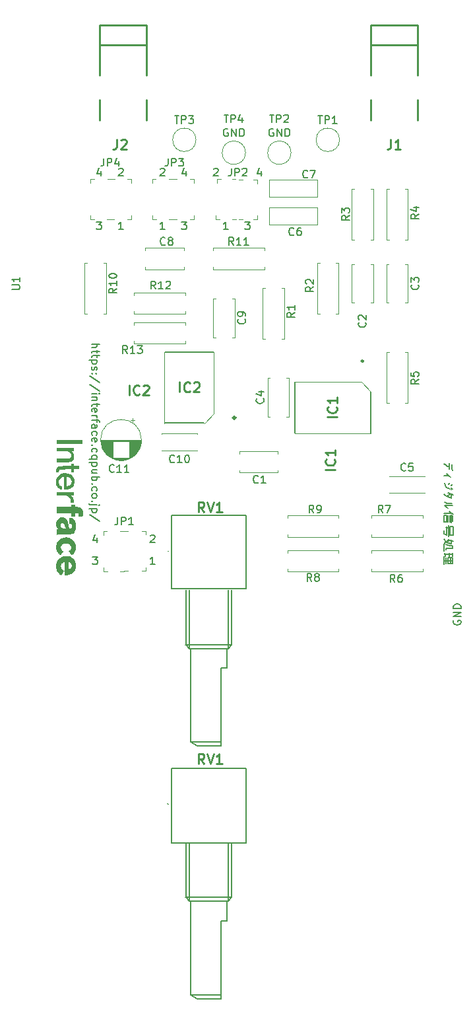
<source format=gbr>
G04 #@! TF.GenerationSoftware,KiCad,Pcbnew,(6.0.11)*
G04 #@! TF.CreationDate,2023-02-27T20:19:56+09:00*
G04 #@! TF.ProjectId,signalprocessing,7369676e-616c-4707-926f-63657373696e,rev?*
G04 #@! TF.SameCoordinates,Original*
G04 #@! TF.FileFunction,Legend,Top*
G04 #@! TF.FilePolarity,Positive*
%FSLAX46Y46*%
G04 Gerber Fmt 4.6, Leading zero omitted, Abs format (unit mm)*
G04 Created by KiCad (PCBNEW (6.0.11)) date 2023-02-27 20:19:56*
%MOMM*%
%LPD*%
G01*
G04 APERTURE LIST*
%ADD10C,0.150000*%
%ADD11C,0.254000*%
%ADD12C,0.120000*%
%ADD13C,0.259000*%
%ADD14C,0.200000*%
%ADD15C,0.310672*%
%ADD16C,0.100000*%
G04 APERTURE END LIST*
D10*
X83994666Y-98766380D02*
X84613714Y-98766380D01*
X84280380Y-99147333D01*
X84423238Y-99147333D01*
X84518476Y-99194952D01*
X84566095Y-99242571D01*
X84613714Y-99337809D01*
X84613714Y-99575904D01*
X84566095Y-99671142D01*
X84518476Y-99718761D01*
X84423238Y-99766380D01*
X84137523Y-99766380D01*
X84042285Y-99718761D01*
X83994666Y-99671142D01*
X100838095Y-86876000D02*
X100742857Y-86828380D01*
X100600000Y-86828380D01*
X100457142Y-86876000D01*
X100361904Y-86971238D01*
X100314285Y-87066476D01*
X100266666Y-87256952D01*
X100266666Y-87399809D01*
X100314285Y-87590285D01*
X100361904Y-87685523D01*
X100457142Y-87780761D01*
X100600000Y-87828380D01*
X100695238Y-87828380D01*
X100838095Y-87780761D01*
X100885714Y-87733142D01*
X100885714Y-87399809D01*
X100695238Y-87399809D01*
X101314285Y-87828380D02*
X101314285Y-86828380D01*
X101885714Y-87828380D01*
X101885714Y-86828380D01*
X102361904Y-87828380D02*
X102361904Y-86828380D01*
X102600000Y-86828380D01*
X102742857Y-86876000D01*
X102838095Y-86971238D01*
X102885714Y-87066476D01*
X102933333Y-87256952D01*
X102933333Y-87399809D01*
X102885714Y-87590285D01*
X102838095Y-87685523D01*
X102742857Y-87780761D01*
X102600000Y-87828380D01*
X102361904Y-87828380D01*
X83367619Y-114444285D02*
X84367619Y-114444285D01*
X83367619Y-114872857D02*
X83891428Y-114872857D01*
X83986666Y-114825238D01*
X84034285Y-114730000D01*
X84034285Y-114587142D01*
X83986666Y-114491904D01*
X83939047Y-114444285D01*
X84034285Y-115206190D02*
X84034285Y-115587142D01*
X84367619Y-115349047D02*
X83510476Y-115349047D01*
X83415238Y-115396666D01*
X83367619Y-115491904D01*
X83367619Y-115587142D01*
X84034285Y-115777619D02*
X84034285Y-116158571D01*
X84367619Y-115920476D02*
X83510476Y-115920476D01*
X83415238Y-115968095D01*
X83367619Y-116063333D01*
X83367619Y-116158571D01*
X84034285Y-116491904D02*
X83034285Y-116491904D01*
X83986666Y-116491904D02*
X84034285Y-116587142D01*
X84034285Y-116777619D01*
X83986666Y-116872857D01*
X83939047Y-116920476D01*
X83843809Y-116968095D01*
X83558095Y-116968095D01*
X83462857Y-116920476D01*
X83415238Y-116872857D01*
X83367619Y-116777619D01*
X83367619Y-116587142D01*
X83415238Y-116491904D01*
X83415238Y-117349047D02*
X83367619Y-117444285D01*
X83367619Y-117634761D01*
X83415238Y-117730000D01*
X83510476Y-117777619D01*
X83558095Y-117777619D01*
X83653333Y-117730000D01*
X83700952Y-117634761D01*
X83700952Y-117491904D01*
X83748571Y-117396666D01*
X83843809Y-117349047D01*
X83891428Y-117349047D01*
X83986666Y-117396666D01*
X84034285Y-117491904D01*
X84034285Y-117634761D01*
X83986666Y-117730000D01*
X83462857Y-118206190D02*
X83415238Y-118253809D01*
X83367619Y-118206190D01*
X83415238Y-118158571D01*
X83462857Y-118206190D01*
X83367619Y-118206190D01*
X83986666Y-118206190D02*
X83939047Y-118253809D01*
X83891428Y-118206190D01*
X83939047Y-118158571D01*
X83986666Y-118206190D01*
X83891428Y-118206190D01*
X84415238Y-119396666D02*
X83129523Y-118539523D01*
X84415238Y-120444285D02*
X83129523Y-119587142D01*
X83367619Y-120777619D02*
X84034285Y-120777619D01*
X84367619Y-120777619D02*
X84320000Y-120730000D01*
X84272380Y-120777619D01*
X84320000Y-120825238D01*
X84367619Y-120777619D01*
X84272380Y-120777619D01*
X84034285Y-121253809D02*
X83367619Y-121253809D01*
X83939047Y-121253809D02*
X83986666Y-121301428D01*
X84034285Y-121396666D01*
X84034285Y-121539523D01*
X83986666Y-121634761D01*
X83891428Y-121682380D01*
X83367619Y-121682380D01*
X84034285Y-122015714D02*
X84034285Y-122396666D01*
X84367619Y-122158571D02*
X83510476Y-122158571D01*
X83415238Y-122206190D01*
X83367619Y-122301428D01*
X83367619Y-122396666D01*
X83415238Y-123110952D02*
X83367619Y-123015714D01*
X83367619Y-122825238D01*
X83415238Y-122730000D01*
X83510476Y-122682380D01*
X83891428Y-122682380D01*
X83986666Y-122730000D01*
X84034285Y-122825238D01*
X84034285Y-123015714D01*
X83986666Y-123110952D01*
X83891428Y-123158571D01*
X83796190Y-123158571D01*
X83700952Y-122682380D01*
X83367619Y-123587142D02*
X84034285Y-123587142D01*
X83843809Y-123587142D02*
X83939047Y-123634761D01*
X83986666Y-123682380D01*
X84034285Y-123777619D01*
X84034285Y-123872857D01*
X84034285Y-124063333D02*
X84034285Y-124444285D01*
X83367619Y-124206190D02*
X84224761Y-124206190D01*
X84320000Y-124253809D01*
X84367619Y-124349047D01*
X84367619Y-124444285D01*
X83367619Y-125206190D02*
X83891428Y-125206190D01*
X83986666Y-125158571D01*
X84034285Y-125063333D01*
X84034285Y-124872857D01*
X83986666Y-124777619D01*
X83415238Y-125206190D02*
X83367619Y-125110952D01*
X83367619Y-124872857D01*
X83415238Y-124777619D01*
X83510476Y-124730000D01*
X83605714Y-124730000D01*
X83700952Y-124777619D01*
X83748571Y-124872857D01*
X83748571Y-125110952D01*
X83796190Y-125206190D01*
X83415238Y-126110952D02*
X83367619Y-126015714D01*
X83367619Y-125825238D01*
X83415238Y-125730000D01*
X83462857Y-125682380D01*
X83558095Y-125634761D01*
X83843809Y-125634761D01*
X83939047Y-125682380D01*
X83986666Y-125730000D01*
X84034285Y-125825238D01*
X84034285Y-126015714D01*
X83986666Y-126110952D01*
X83415238Y-126920476D02*
X83367619Y-126825238D01*
X83367619Y-126634761D01*
X83415238Y-126539523D01*
X83510476Y-126491904D01*
X83891428Y-126491904D01*
X83986666Y-126539523D01*
X84034285Y-126634761D01*
X84034285Y-126825238D01*
X83986666Y-126920476D01*
X83891428Y-126968095D01*
X83796190Y-126968095D01*
X83700952Y-126491904D01*
X83462857Y-127396666D02*
X83415238Y-127444285D01*
X83367619Y-127396666D01*
X83415238Y-127349047D01*
X83462857Y-127396666D01*
X83367619Y-127396666D01*
X83415238Y-128301428D02*
X83367619Y-128206190D01*
X83367619Y-128015714D01*
X83415238Y-127920476D01*
X83462857Y-127872857D01*
X83558095Y-127825238D01*
X83843809Y-127825238D01*
X83939047Y-127872857D01*
X83986666Y-127920476D01*
X84034285Y-128015714D01*
X84034285Y-128206190D01*
X83986666Y-128301428D01*
X84034285Y-129158571D02*
X83034285Y-129158571D01*
X83415238Y-129158571D02*
X83367619Y-129063333D01*
X83367619Y-128872857D01*
X83415238Y-128777619D01*
X83462857Y-128730000D01*
X83558095Y-128682380D01*
X83843809Y-128682380D01*
X83939047Y-128730000D01*
X83986666Y-128777619D01*
X84034285Y-128872857D01*
X84034285Y-129063333D01*
X83986666Y-129158571D01*
X84034285Y-129634761D02*
X83034285Y-129634761D01*
X83986666Y-129634761D02*
X84034285Y-129730000D01*
X84034285Y-129920476D01*
X83986666Y-130015714D01*
X83939047Y-130063333D01*
X83843809Y-130110952D01*
X83558095Y-130110952D01*
X83462857Y-130063333D01*
X83415238Y-130015714D01*
X83367619Y-129920476D01*
X83367619Y-129730000D01*
X83415238Y-129634761D01*
X84034285Y-130968095D02*
X83367619Y-130968095D01*
X84034285Y-130539523D02*
X83510476Y-130539523D01*
X83415238Y-130587142D01*
X83367619Y-130682380D01*
X83367619Y-130825238D01*
X83415238Y-130920476D01*
X83462857Y-130968095D01*
X83367619Y-131444285D02*
X84367619Y-131444285D01*
X83986666Y-131444285D02*
X84034285Y-131539523D01*
X84034285Y-131730000D01*
X83986666Y-131825238D01*
X83939047Y-131872857D01*
X83843809Y-131920476D01*
X83558095Y-131920476D01*
X83462857Y-131872857D01*
X83415238Y-131825238D01*
X83367619Y-131730000D01*
X83367619Y-131539523D01*
X83415238Y-131444285D01*
X83462857Y-132349047D02*
X83415238Y-132396666D01*
X83367619Y-132349047D01*
X83415238Y-132301428D01*
X83462857Y-132349047D01*
X83367619Y-132349047D01*
X83415238Y-133253809D02*
X83367619Y-133158571D01*
X83367619Y-132968095D01*
X83415238Y-132872857D01*
X83462857Y-132825238D01*
X83558095Y-132777619D01*
X83843809Y-132777619D01*
X83939047Y-132825238D01*
X83986666Y-132872857D01*
X84034285Y-132968095D01*
X84034285Y-133158571D01*
X83986666Y-133253809D01*
X83367619Y-133825238D02*
X83415238Y-133730000D01*
X83462857Y-133682380D01*
X83558095Y-133634761D01*
X83843809Y-133634761D01*
X83939047Y-133682380D01*
X83986666Y-133730000D01*
X84034285Y-133825238D01*
X84034285Y-133968095D01*
X83986666Y-134063333D01*
X83939047Y-134110952D01*
X83843809Y-134158571D01*
X83558095Y-134158571D01*
X83462857Y-134110952D01*
X83415238Y-134063333D01*
X83367619Y-133968095D01*
X83367619Y-133825238D01*
X83462857Y-134587142D02*
X83415238Y-134634761D01*
X83367619Y-134587142D01*
X83415238Y-134539523D01*
X83462857Y-134587142D01*
X83367619Y-134587142D01*
X84034285Y-135063333D02*
X83177142Y-135063333D01*
X83081904Y-135015714D01*
X83034285Y-134920476D01*
X83034285Y-134872857D01*
X84367619Y-135063333D02*
X84320000Y-135015714D01*
X84272380Y-135063333D01*
X84320000Y-135110952D01*
X84367619Y-135063333D01*
X84272380Y-135063333D01*
X84034285Y-135539523D02*
X83034285Y-135539523D01*
X83986666Y-135539523D02*
X84034285Y-135634761D01*
X84034285Y-135825238D01*
X83986666Y-135920476D01*
X83939047Y-135968095D01*
X83843809Y-136015714D01*
X83558095Y-136015714D01*
X83462857Y-135968095D01*
X83415238Y-135920476D01*
X83367619Y-135825238D01*
X83367619Y-135634761D01*
X83415238Y-135539523D01*
X84415238Y-137158571D02*
X83129523Y-136301428D01*
X94916666Y-98766380D02*
X95535714Y-98766380D01*
X95202380Y-99147333D01*
X95345238Y-99147333D01*
X95440476Y-99194952D01*
X95488095Y-99242571D01*
X95535714Y-99337809D01*
X95535714Y-99575904D01*
X95488095Y-99671142D01*
X95440476Y-99718761D01*
X95345238Y-99766380D01*
X95059523Y-99766380D01*
X94964285Y-99718761D01*
X94916666Y-99671142D01*
X129686761Y-130372571D02*
X129582000Y-130486857D01*
X129739142Y-130544000D02*
X129634380Y-130658285D01*
X129582000Y-129858285D02*
X129582000Y-130315428D01*
X129267714Y-129686857D02*
X129267714Y-130486857D01*
X129267714Y-130086857D02*
X129005809Y-130086857D01*
X128796285Y-129972571D01*
X128586761Y-129801142D01*
X129110571Y-131344000D02*
X128586761Y-131344000D01*
X129424857Y-131515428D02*
X129215333Y-131401142D01*
X129058190Y-131229714D01*
X128953428Y-131058285D01*
X129634380Y-132372571D02*
X129477238Y-132544000D01*
X129320095Y-132258285D02*
X129162952Y-132429714D01*
X128639142Y-132258285D02*
X128743904Y-132544000D01*
X128848666Y-132715428D01*
X128953428Y-132829714D01*
X129372476Y-133001142D01*
X129582000Y-132829714D02*
X129477238Y-132944000D01*
X129634380Y-133001142D02*
X129529619Y-133115428D01*
X129320095Y-133686857D02*
X129005809Y-133972571D01*
X129739142Y-133744000D02*
X129529619Y-133686857D01*
X129320095Y-133629714D01*
X129110571Y-133515428D01*
X129529619Y-133744000D02*
X129529619Y-134144000D01*
X129320095Y-134086857D01*
X129110571Y-134029714D01*
X128901047Y-133972571D01*
X128743904Y-133858285D01*
X128586761Y-133686857D01*
X129582000Y-134886857D02*
X129162952Y-134886857D01*
X128953428Y-134829714D01*
X128796285Y-134772571D01*
X128639142Y-134715428D01*
X129686761Y-135115428D02*
X128639142Y-135115428D01*
X128743904Y-135229714D01*
X128901047Y-135344000D01*
X129110571Y-135458285D01*
X129686761Y-136429714D02*
X129686761Y-137172571D01*
X129529619Y-136315428D02*
X129529619Y-137344000D01*
X129320095Y-136429714D02*
X129320095Y-137229714D01*
X129110571Y-136429714D02*
X129110571Y-137229714D01*
X128586761Y-136429714D02*
X128586761Y-137229714D01*
X129529619Y-136144000D02*
X128534380Y-136144000D01*
X128901047Y-136429714D02*
X128534380Y-136429714D01*
X128901047Y-136429714D02*
X128901047Y-137229714D01*
X128534380Y-137229714D01*
X129739142Y-136258285D02*
X129477238Y-136144000D01*
X129215333Y-135858285D01*
X129372476Y-137858285D02*
X129372476Y-138886857D01*
X129162952Y-137629714D02*
X129162952Y-139115428D01*
X128534380Y-138372571D02*
X128534380Y-138715428D01*
X129739142Y-137858285D02*
X129372476Y-137858285D01*
X129739142Y-137858285D02*
X129739142Y-138886857D01*
X129372476Y-138886857D01*
X129162952Y-138029714D02*
X128848666Y-137915428D01*
X128953428Y-137972571D02*
X128953428Y-138886857D01*
X128534380Y-138772571D01*
X129686761Y-140258285D02*
X129686761Y-140601142D01*
X128796285Y-140601142D01*
X128796285Y-140772571D01*
X128848666Y-140829714D01*
X129791523Y-139686857D02*
X129110571Y-139515428D01*
X129686761Y-140258285D02*
X129215333Y-140258285D01*
X128848666Y-140144000D01*
X129372476Y-139572571D02*
X129058190Y-139686857D01*
X128848666Y-139801142D01*
X128691523Y-139972571D01*
X128586761Y-140201142D01*
X128534380Y-140601142D01*
X128534380Y-140944000D01*
X129477238Y-139629714D02*
X129477238Y-140029714D01*
X129058190Y-139915428D01*
X128796285Y-139744000D01*
X128534380Y-139458285D01*
X129634380Y-141172571D02*
X129634380Y-141629714D01*
X129424857Y-141801142D02*
X129424857Y-142601142D01*
X129215333Y-141172571D02*
X129215333Y-141629714D01*
X129110571Y-141801142D02*
X129110571Y-142601142D01*
X128848666Y-141801142D02*
X128848666Y-142544000D01*
X128534380Y-141629714D02*
X128534380Y-142658285D01*
X129634380Y-141401142D02*
X128743904Y-141401142D01*
X129686761Y-141801142D02*
X129110571Y-141801142D01*
X129686761Y-142201142D02*
X128534380Y-142201142D01*
X129686761Y-141801142D02*
X129686761Y-142601142D01*
X129110571Y-142601142D01*
X128743904Y-141629714D02*
X128691523Y-141172571D01*
X100869714Y-99766380D02*
X100298285Y-99766380D01*
X100584000Y-99766380D02*
X100584000Y-98766380D01*
X100488761Y-98909238D01*
X100393523Y-99004476D01*
X100298285Y-99052095D01*
X84518476Y-92241714D02*
X84518476Y-92908380D01*
X84280380Y-91860761D02*
X84042285Y-92575047D01*
X84661333Y-92575047D01*
X99028285Y-92003619D02*
X99075904Y-91956000D01*
X99171142Y-91908380D01*
X99409238Y-91908380D01*
X99504476Y-91956000D01*
X99552095Y-92003619D01*
X99599714Y-92098857D01*
X99599714Y-92194095D01*
X99552095Y-92336952D01*
X98980666Y-92908380D01*
X99599714Y-92908380D01*
X90900285Y-138993619D02*
X90947904Y-138946000D01*
X91043142Y-138898380D01*
X91281238Y-138898380D01*
X91376476Y-138946000D01*
X91424095Y-138993619D01*
X91471714Y-139088857D01*
X91471714Y-139184095D01*
X91424095Y-139326952D01*
X90852666Y-139898380D01*
X91471714Y-139898380D01*
X105092476Y-92241714D02*
X105092476Y-92908380D01*
X104854380Y-91860761D02*
X104616285Y-92575047D01*
X105235333Y-92575047D01*
X91471714Y-142692380D02*
X90900285Y-142692380D01*
X91186000Y-142692380D02*
X91186000Y-141692380D01*
X91090761Y-141835238D01*
X90995523Y-141930476D01*
X90900285Y-141978095D01*
X106680095Y-86876000D02*
X106584857Y-86828380D01*
X106442000Y-86828380D01*
X106299142Y-86876000D01*
X106203904Y-86971238D01*
X106156285Y-87066476D01*
X106108666Y-87256952D01*
X106108666Y-87399809D01*
X106156285Y-87590285D01*
X106203904Y-87685523D01*
X106299142Y-87780761D01*
X106442000Y-87828380D01*
X106537238Y-87828380D01*
X106680095Y-87780761D01*
X106727714Y-87733142D01*
X106727714Y-87399809D01*
X106537238Y-87399809D01*
X107156285Y-87828380D02*
X107156285Y-86828380D01*
X107727714Y-87828380D01*
X107727714Y-86828380D01*
X108203904Y-87828380D02*
X108203904Y-86828380D01*
X108442000Y-86828380D01*
X108584857Y-86876000D01*
X108680095Y-86971238D01*
X108727714Y-87066476D01*
X108775333Y-87256952D01*
X108775333Y-87399809D01*
X108727714Y-87590285D01*
X108680095Y-87685523D01*
X108584857Y-87780761D01*
X108442000Y-87828380D01*
X108203904Y-87828380D01*
X129802000Y-149859904D02*
X129754380Y-149955142D01*
X129754380Y-150098000D01*
X129802000Y-150240857D01*
X129897238Y-150336095D01*
X129992476Y-150383714D01*
X130182952Y-150431333D01*
X130325809Y-150431333D01*
X130516285Y-150383714D01*
X130611523Y-150336095D01*
X130706761Y-150240857D01*
X130754380Y-150098000D01*
X130754380Y-150002761D01*
X130706761Y-149859904D01*
X130659142Y-149812285D01*
X130325809Y-149812285D01*
X130325809Y-150002761D01*
X130754380Y-149383714D02*
X129754380Y-149383714D01*
X130754380Y-148812285D01*
X129754380Y-148812285D01*
X130754380Y-148336095D02*
X129754380Y-148336095D01*
X129754380Y-148098000D01*
X129802000Y-147955142D01*
X129897238Y-147859904D01*
X129992476Y-147812285D01*
X130182952Y-147764666D01*
X130325809Y-147764666D01*
X130516285Y-147812285D01*
X130611523Y-147859904D01*
X130706761Y-147955142D01*
X130754380Y-148098000D01*
X130754380Y-148336095D01*
X83486666Y-141692380D02*
X84105714Y-141692380D01*
X83772380Y-142073333D01*
X83915238Y-142073333D01*
X84010476Y-142120952D01*
X84058095Y-142168571D01*
X84105714Y-142263809D01*
X84105714Y-142501904D01*
X84058095Y-142597142D01*
X84010476Y-142644761D01*
X83915238Y-142692380D01*
X83629523Y-142692380D01*
X83534285Y-142644761D01*
X83486666Y-142597142D01*
X103044666Y-98766380D02*
X103663714Y-98766380D01*
X103330380Y-99147333D01*
X103473238Y-99147333D01*
X103568476Y-99194952D01*
X103616095Y-99242571D01*
X103663714Y-99337809D01*
X103663714Y-99575904D01*
X103616095Y-99671142D01*
X103568476Y-99718761D01*
X103473238Y-99766380D01*
X103187523Y-99766380D01*
X103092285Y-99718761D01*
X103044666Y-99671142D01*
X92741714Y-99766380D02*
X92170285Y-99766380D01*
X92456000Y-99766380D02*
X92456000Y-98766380D01*
X92360761Y-98909238D01*
X92265523Y-99004476D01*
X92170285Y-99052095D01*
X84010476Y-139231714D02*
X84010476Y-139898380D01*
X83772380Y-138850761D02*
X83534285Y-139565047D01*
X84153333Y-139565047D01*
X92170285Y-92003619D02*
X92217904Y-91956000D01*
X92313142Y-91908380D01*
X92551238Y-91908380D01*
X92646476Y-91956000D01*
X92694095Y-92003619D01*
X92741714Y-92098857D01*
X92741714Y-92194095D01*
X92694095Y-92336952D01*
X92122666Y-92908380D01*
X92741714Y-92908380D01*
X95440476Y-92241714D02*
X95440476Y-92908380D01*
X95202380Y-91860761D02*
X94964285Y-92575047D01*
X95583333Y-92575047D01*
X86836285Y-92003619D02*
X86883904Y-91956000D01*
X86979142Y-91908380D01*
X87217238Y-91908380D01*
X87312476Y-91956000D01*
X87360095Y-92003619D01*
X87407714Y-92098857D01*
X87407714Y-92194095D01*
X87360095Y-92336952D01*
X86788666Y-92908380D01*
X87407714Y-92908380D01*
X87407714Y-99766380D02*
X86836285Y-99766380D01*
X87122000Y-99766380D02*
X87122000Y-98766380D01*
X87026761Y-98909238D01*
X86931523Y-99004476D01*
X86836285Y-99052095D01*
G04 #@! TO.C,C10*
X93972142Y-129557142D02*
X93924523Y-129604761D01*
X93781666Y-129652380D01*
X93686428Y-129652380D01*
X93543571Y-129604761D01*
X93448333Y-129509523D01*
X93400714Y-129414285D01*
X93353095Y-129223809D01*
X93353095Y-129080952D01*
X93400714Y-128890476D01*
X93448333Y-128795238D01*
X93543571Y-128700000D01*
X93686428Y-128652380D01*
X93781666Y-128652380D01*
X93924523Y-128700000D01*
X93972142Y-128747619D01*
X94924523Y-129652380D02*
X94353095Y-129652380D01*
X94638809Y-129652380D02*
X94638809Y-128652380D01*
X94543571Y-128795238D01*
X94448333Y-128890476D01*
X94353095Y-128938095D01*
X95543571Y-128652380D02*
X95638809Y-128652380D01*
X95734047Y-128700000D01*
X95781666Y-128747619D01*
X95829285Y-128842857D01*
X95876904Y-129033333D01*
X95876904Y-129271428D01*
X95829285Y-129461904D01*
X95781666Y-129557142D01*
X95734047Y-129604761D01*
X95638809Y-129652380D01*
X95543571Y-129652380D01*
X95448333Y-129604761D01*
X95400714Y-129557142D01*
X95353095Y-129461904D01*
X95305476Y-129271428D01*
X95305476Y-129033333D01*
X95353095Y-128842857D01*
X95400714Y-128747619D01*
X95448333Y-128700000D01*
X95543571Y-128652380D01*
G04 #@! TO.C,C5*
X123658333Y-130618142D02*
X123610714Y-130665761D01*
X123467857Y-130713380D01*
X123372619Y-130713380D01*
X123229761Y-130665761D01*
X123134523Y-130570523D01*
X123086904Y-130475285D01*
X123039285Y-130284809D01*
X123039285Y-130141952D01*
X123086904Y-129951476D01*
X123134523Y-129856238D01*
X123229761Y-129761000D01*
X123372619Y-129713380D01*
X123467857Y-129713380D01*
X123610714Y-129761000D01*
X123658333Y-129808619D01*
X124563095Y-129713380D02*
X124086904Y-129713380D01*
X124039285Y-130189571D01*
X124086904Y-130141952D01*
X124182142Y-130094333D01*
X124420238Y-130094333D01*
X124515476Y-130141952D01*
X124563095Y-130189571D01*
X124610714Y-130284809D01*
X124610714Y-130522904D01*
X124563095Y-130618142D01*
X124515476Y-130665761D01*
X124420238Y-130713380D01*
X124182142Y-130713380D01*
X124086904Y-130665761D01*
X124039285Y-130618142D01*
D11*
G04 #@! TO.C,IC1*
X114620523Y-130525761D02*
X113350523Y-130525761D01*
X114499571Y-129195285D02*
X114560047Y-129255761D01*
X114620523Y-129437190D01*
X114620523Y-129558142D01*
X114560047Y-129739571D01*
X114439095Y-129860523D01*
X114318142Y-129921000D01*
X114076238Y-129981476D01*
X113894809Y-129981476D01*
X113652904Y-129921000D01*
X113531952Y-129860523D01*
X113411000Y-129739571D01*
X113350523Y-129558142D01*
X113350523Y-129437190D01*
X113411000Y-129255761D01*
X113471476Y-129195285D01*
X114620523Y-127985761D02*
X114620523Y-128711476D01*
X114620523Y-128348619D02*
X113350523Y-128348619D01*
X113531952Y-128469571D01*
X113652904Y-128590523D01*
X113713380Y-128711476D01*
X114874523Y-123794761D02*
X113604523Y-123794761D01*
X114753571Y-122464285D02*
X114814047Y-122524761D01*
X114874523Y-122706190D01*
X114874523Y-122827142D01*
X114814047Y-123008571D01*
X114693095Y-123129523D01*
X114572142Y-123190000D01*
X114330238Y-123250476D01*
X114148809Y-123250476D01*
X113906904Y-123190000D01*
X113785952Y-123129523D01*
X113665000Y-123008571D01*
X113604523Y-122827142D01*
X113604523Y-122706190D01*
X113665000Y-122524761D01*
X113725476Y-122464285D01*
X114874523Y-121254761D02*
X114874523Y-121980476D01*
X114874523Y-121617619D02*
X113604523Y-121617619D01*
X113785952Y-121738571D01*
X113906904Y-121859523D01*
X113967380Y-121980476D01*
G04 #@! TO.C,IC2*
X88168238Y-120970523D02*
X88168238Y-119700523D01*
X89498714Y-120849571D02*
X89438238Y-120910047D01*
X89256809Y-120970523D01*
X89135857Y-120970523D01*
X88954428Y-120910047D01*
X88833476Y-120789095D01*
X88773000Y-120668142D01*
X88712523Y-120426238D01*
X88712523Y-120244809D01*
X88773000Y-120002904D01*
X88833476Y-119881952D01*
X88954428Y-119761000D01*
X89135857Y-119700523D01*
X89256809Y-119700523D01*
X89438238Y-119761000D01*
X89498714Y-119821476D01*
X89982523Y-119821476D02*
X90043000Y-119761000D01*
X90163952Y-119700523D01*
X90466333Y-119700523D01*
X90587285Y-119761000D01*
X90647761Y-119821476D01*
X90708238Y-119942428D01*
X90708238Y-120063380D01*
X90647761Y-120244809D01*
X89922047Y-120970523D01*
X90708238Y-120970523D01*
X94645238Y-120589523D02*
X94645238Y-119319523D01*
X95975714Y-120468571D02*
X95915238Y-120529047D01*
X95733809Y-120589523D01*
X95612857Y-120589523D01*
X95431428Y-120529047D01*
X95310476Y-120408095D01*
X95250000Y-120287142D01*
X95189523Y-120045238D01*
X95189523Y-119863809D01*
X95250000Y-119621904D01*
X95310476Y-119500952D01*
X95431428Y-119380000D01*
X95612857Y-119319523D01*
X95733809Y-119319523D01*
X95915238Y-119380000D01*
X95975714Y-119440476D01*
X96459523Y-119440476D02*
X96520000Y-119380000D01*
X96640952Y-119319523D01*
X96943333Y-119319523D01*
X97064285Y-119380000D01*
X97124761Y-119440476D01*
X97185238Y-119561428D01*
X97185238Y-119682380D01*
X97124761Y-119863809D01*
X96399047Y-120589523D01*
X97185238Y-120589523D01*
D10*
G04 #@! TO.C,TP4*
X100338095Y-85050380D02*
X100909523Y-85050380D01*
X100623809Y-86050380D02*
X100623809Y-85050380D01*
X101242857Y-86050380D02*
X101242857Y-85050380D01*
X101623809Y-85050380D01*
X101719047Y-85098000D01*
X101766666Y-85145619D01*
X101814285Y-85240857D01*
X101814285Y-85383714D01*
X101766666Y-85478952D01*
X101719047Y-85526571D01*
X101623809Y-85574190D01*
X101242857Y-85574190D01*
X102671428Y-85383714D02*
X102671428Y-86050380D01*
X102433333Y-85002761D02*
X102195238Y-85717047D01*
X102814285Y-85717047D01*
G04 #@! TO.C,C8*
X92797333Y-101677148D02*
X92749714Y-101724767D01*
X92606857Y-101772386D01*
X92511619Y-101772386D01*
X92368761Y-101724767D01*
X92273523Y-101629529D01*
X92225904Y-101534291D01*
X92178285Y-101343815D01*
X92178285Y-101200958D01*
X92225904Y-101010482D01*
X92273523Y-100915244D01*
X92368761Y-100820006D01*
X92511619Y-100772386D01*
X92606857Y-100772386D01*
X92749714Y-100820006D01*
X92797333Y-100867625D01*
X93368761Y-101200958D02*
X93273523Y-101153339D01*
X93225904Y-101105720D01*
X93178285Y-101010482D01*
X93178285Y-100962863D01*
X93225904Y-100867625D01*
X93273523Y-100820006D01*
X93368761Y-100772386D01*
X93559238Y-100772386D01*
X93654476Y-100820006D01*
X93702095Y-100867625D01*
X93749714Y-100962863D01*
X93749714Y-101010482D01*
X93702095Y-101105720D01*
X93654476Y-101153339D01*
X93559238Y-101200958D01*
X93368761Y-101200958D01*
X93273523Y-101248577D01*
X93225904Y-101296196D01*
X93178285Y-101391434D01*
X93178285Y-101581910D01*
X93225904Y-101677148D01*
X93273523Y-101724767D01*
X93368761Y-101772386D01*
X93559238Y-101772386D01*
X93654476Y-101724767D01*
X93702095Y-101677148D01*
X93749714Y-101581910D01*
X93749714Y-101391434D01*
X93702095Y-101296196D01*
X93654476Y-101248577D01*
X93559238Y-101200958D01*
G04 #@! TO.C,TP1*
X112403095Y-85177380D02*
X112974523Y-85177380D01*
X112688809Y-86177380D02*
X112688809Y-85177380D01*
X113307857Y-86177380D02*
X113307857Y-85177380D01*
X113688809Y-85177380D01*
X113784047Y-85225000D01*
X113831666Y-85272619D01*
X113879285Y-85367857D01*
X113879285Y-85510714D01*
X113831666Y-85605952D01*
X113784047Y-85653571D01*
X113688809Y-85701190D01*
X113307857Y-85701190D01*
X114831666Y-86177380D02*
X114260238Y-86177380D01*
X114545952Y-86177380D02*
X114545952Y-85177380D01*
X114450714Y-85320238D01*
X114355476Y-85415476D01*
X114260238Y-85463095D01*
G04 #@! TO.C,U1*
X73112380Y-107441904D02*
X73921904Y-107441904D01*
X74017142Y-107394285D01*
X74064761Y-107346666D01*
X74112380Y-107251428D01*
X74112380Y-107060952D01*
X74064761Y-106965714D01*
X74017142Y-106918095D01*
X73921904Y-106870476D01*
X73112380Y-106870476D01*
X74112380Y-105870476D02*
X74112380Y-106441904D01*
X74112380Y-106156190D02*
X73112380Y-106156190D01*
X73255238Y-106251428D01*
X73350476Y-106346666D01*
X73398095Y-106441904D01*
G04 #@! TO.C,R12*
X91559142Y-107386380D02*
X91225809Y-106910190D01*
X90987714Y-107386380D02*
X90987714Y-106386380D01*
X91368666Y-106386380D01*
X91463904Y-106434000D01*
X91511523Y-106481619D01*
X91559142Y-106576857D01*
X91559142Y-106719714D01*
X91511523Y-106814952D01*
X91463904Y-106862571D01*
X91368666Y-106910190D01*
X90987714Y-106910190D01*
X92511523Y-107386380D02*
X91940095Y-107386380D01*
X92225809Y-107386380D02*
X92225809Y-106386380D01*
X92130571Y-106529238D01*
X92035333Y-106624476D01*
X91940095Y-106672095D01*
X92892476Y-106481619D02*
X92940095Y-106434000D01*
X93035333Y-106386380D01*
X93273428Y-106386380D01*
X93368666Y-106434000D01*
X93416285Y-106481619D01*
X93463904Y-106576857D01*
X93463904Y-106672095D01*
X93416285Y-106814952D01*
X92844857Y-107386380D01*
X93463904Y-107386380D01*
G04 #@! TO.C,R10*
X86570924Y-107322857D02*
X86094734Y-107656190D01*
X86570924Y-107894285D02*
X85570924Y-107894285D01*
X85570924Y-107513333D01*
X85618544Y-107418095D01*
X85666163Y-107370476D01*
X85761401Y-107322857D01*
X85904258Y-107322857D01*
X85999496Y-107370476D01*
X86047115Y-107418095D01*
X86094734Y-107513333D01*
X86094734Y-107894285D01*
X86570924Y-106370476D02*
X86570924Y-106941904D01*
X86570924Y-106656190D02*
X85570924Y-106656190D01*
X85713782Y-106751428D01*
X85809020Y-106846666D01*
X85856639Y-106941904D01*
X85570924Y-105751428D02*
X85570924Y-105656190D01*
X85618544Y-105560952D01*
X85666163Y-105513333D01*
X85761401Y-105465714D01*
X85951877Y-105418095D01*
X86189972Y-105418095D01*
X86380448Y-105465714D01*
X86475686Y-105513333D01*
X86523305Y-105560952D01*
X86570924Y-105656190D01*
X86570924Y-105751428D01*
X86523305Y-105846666D01*
X86475686Y-105894285D01*
X86380448Y-105941904D01*
X86189972Y-105989523D01*
X85951877Y-105989523D01*
X85761401Y-105941904D01*
X85666163Y-105894285D01*
X85618544Y-105846666D01*
X85570924Y-105751428D01*
G04 #@! TO.C,R1*
X109418380Y-110402666D02*
X108942190Y-110736000D01*
X109418380Y-110974095D02*
X108418380Y-110974095D01*
X108418380Y-110593142D01*
X108466000Y-110497904D01*
X108513619Y-110450285D01*
X108608857Y-110402666D01*
X108751714Y-110402666D01*
X108846952Y-110450285D01*
X108894571Y-110497904D01*
X108942190Y-110593142D01*
X108942190Y-110974095D01*
X109418380Y-109450285D02*
X109418380Y-110021714D01*
X109418380Y-109736000D02*
X108418380Y-109736000D01*
X108561238Y-109831238D01*
X108656476Y-109926476D01*
X108704095Y-110021714D01*
G04 #@! TO.C,C11*
X86225142Y-130788038D02*
X86177523Y-130835657D01*
X86034666Y-130883276D01*
X85939428Y-130883276D01*
X85796571Y-130835657D01*
X85701333Y-130740419D01*
X85653714Y-130645181D01*
X85606095Y-130454705D01*
X85606095Y-130311848D01*
X85653714Y-130121372D01*
X85701333Y-130026134D01*
X85796571Y-129930896D01*
X85939428Y-129883276D01*
X86034666Y-129883276D01*
X86177523Y-129930896D01*
X86225142Y-129978515D01*
X87177523Y-130883276D02*
X86606095Y-130883276D01*
X86891809Y-130883276D02*
X86891809Y-129883276D01*
X86796571Y-130026134D01*
X86701333Y-130121372D01*
X86606095Y-130168991D01*
X88129904Y-130883276D02*
X87558476Y-130883276D01*
X87844190Y-130883276D02*
X87844190Y-129883276D01*
X87748952Y-130026134D01*
X87653714Y-130121372D01*
X87558476Y-130168991D01*
D11*
G04 #@! TO.C,J1*
X121750666Y-88204523D02*
X121750666Y-89111666D01*
X121690190Y-89293095D01*
X121569238Y-89414047D01*
X121387809Y-89474523D01*
X121266857Y-89474523D01*
X123020666Y-89474523D02*
X122294952Y-89474523D01*
X122657809Y-89474523D02*
X122657809Y-88204523D01*
X122536857Y-88385952D01*
X122415904Y-88506904D01*
X122294952Y-88567380D01*
D10*
G04 #@! TO.C,R3*
X116432928Y-97956666D02*
X115956738Y-98290000D01*
X116432928Y-98528095D02*
X115432928Y-98528095D01*
X115432928Y-98147142D01*
X115480548Y-98051904D01*
X115528167Y-98004285D01*
X115623405Y-97956666D01*
X115766262Y-97956666D01*
X115861500Y-98004285D01*
X115909119Y-98051904D01*
X115956738Y-98147142D01*
X115956738Y-98528095D01*
X115432928Y-97623333D02*
X115432928Y-97004285D01*
X115813881Y-97337619D01*
X115813881Y-97194761D01*
X115861500Y-97099523D01*
X115909119Y-97051904D01*
X116004357Y-97004285D01*
X116242452Y-97004285D01*
X116337690Y-97051904D01*
X116385309Y-97099523D01*
X116432928Y-97194761D01*
X116432928Y-97480476D01*
X116385309Y-97575714D01*
X116337690Y-97623333D01*
G04 #@! TO.C,C1*
X104735333Y-132183142D02*
X104687714Y-132230761D01*
X104544857Y-132278380D01*
X104449619Y-132278380D01*
X104306761Y-132230761D01*
X104211523Y-132135523D01*
X104163904Y-132040285D01*
X104116285Y-131849809D01*
X104116285Y-131706952D01*
X104163904Y-131516476D01*
X104211523Y-131421238D01*
X104306761Y-131326000D01*
X104449619Y-131278380D01*
X104544857Y-131278380D01*
X104687714Y-131326000D01*
X104735333Y-131373619D01*
X105687714Y-132278380D02*
X105116285Y-132278380D01*
X105402000Y-132278380D02*
X105402000Y-131278380D01*
X105306761Y-131421238D01*
X105211523Y-131516476D01*
X105116285Y-131564095D01*
G04 #@! TO.C,JP2*
X101274666Y-91908380D02*
X101274666Y-92622666D01*
X101227047Y-92765523D01*
X101131809Y-92860761D01*
X100988952Y-92908380D01*
X100893714Y-92908380D01*
X101750857Y-92908380D02*
X101750857Y-91908380D01*
X102131809Y-91908380D01*
X102227047Y-91956000D01*
X102274666Y-92003619D01*
X102322285Y-92098857D01*
X102322285Y-92241714D01*
X102274666Y-92336952D01*
X102227047Y-92384571D01*
X102131809Y-92432190D01*
X101750857Y-92432190D01*
X102703238Y-92003619D02*
X102750857Y-91956000D01*
X102846095Y-91908380D01*
X103084190Y-91908380D01*
X103179428Y-91956000D01*
X103227047Y-92003619D01*
X103274666Y-92098857D01*
X103274666Y-92194095D01*
X103227047Y-92336952D01*
X102655619Y-92908380D01*
X103274666Y-92908380D01*
G04 #@! TO.C,R9*
X111847333Y-136088380D02*
X111514000Y-135612190D01*
X111275904Y-136088380D02*
X111275904Y-135088380D01*
X111656857Y-135088380D01*
X111752095Y-135136000D01*
X111799714Y-135183619D01*
X111847333Y-135278857D01*
X111847333Y-135421714D01*
X111799714Y-135516952D01*
X111752095Y-135564571D01*
X111656857Y-135612190D01*
X111275904Y-135612190D01*
X112323523Y-136088380D02*
X112514000Y-136088380D01*
X112609238Y-136040761D01*
X112656857Y-135993142D01*
X112752095Y-135850285D01*
X112799714Y-135659809D01*
X112799714Y-135278857D01*
X112752095Y-135183619D01*
X112704476Y-135136000D01*
X112609238Y-135088380D01*
X112418761Y-135088380D01*
X112323523Y-135136000D01*
X112275904Y-135183619D01*
X112228285Y-135278857D01*
X112228285Y-135516952D01*
X112275904Y-135612190D01*
X112323523Y-135659809D01*
X112418761Y-135707428D01*
X112609238Y-135707428D01*
X112704476Y-135659809D01*
X112752095Y-135612190D01*
X112799714Y-135516952D01*
G04 #@! TO.C,TP3*
X93988095Y-85177380D02*
X94559523Y-85177380D01*
X94273809Y-86177380D02*
X94273809Y-85177380D01*
X94892857Y-86177380D02*
X94892857Y-85177380D01*
X95273809Y-85177380D01*
X95369047Y-85225000D01*
X95416666Y-85272619D01*
X95464285Y-85367857D01*
X95464285Y-85510714D01*
X95416666Y-85605952D01*
X95369047Y-85653571D01*
X95273809Y-85701190D01*
X94892857Y-85701190D01*
X95797619Y-85177380D02*
X96416666Y-85177380D01*
X96083333Y-85558333D01*
X96226190Y-85558333D01*
X96321428Y-85605952D01*
X96369047Y-85653571D01*
X96416666Y-85748809D01*
X96416666Y-85986904D01*
X96369047Y-86082142D01*
X96321428Y-86129761D01*
X96226190Y-86177380D01*
X95940476Y-86177380D01*
X95845238Y-86129761D01*
X95797619Y-86082142D01*
G04 #@! TO.C,C7*
X111085333Y-93067142D02*
X111037714Y-93114761D01*
X110894857Y-93162380D01*
X110799619Y-93162380D01*
X110656761Y-93114761D01*
X110561523Y-93019523D01*
X110513904Y-92924285D01*
X110466285Y-92733809D01*
X110466285Y-92590952D01*
X110513904Y-92400476D01*
X110561523Y-92305238D01*
X110656761Y-92210000D01*
X110799619Y-92162380D01*
X110894857Y-92162380D01*
X111037714Y-92210000D01*
X111085333Y-92257619D01*
X111418666Y-92162380D02*
X112085333Y-92162380D01*
X111656761Y-93162380D01*
D11*
G04 #@! TO.C,J2*
X86572666Y-88204523D02*
X86572666Y-89111666D01*
X86512190Y-89293095D01*
X86391238Y-89414047D01*
X86209809Y-89474523D01*
X86088857Y-89474523D01*
X87116952Y-88325476D02*
X87177428Y-88265000D01*
X87298380Y-88204523D01*
X87600761Y-88204523D01*
X87721714Y-88265000D01*
X87782190Y-88325476D01*
X87842666Y-88446428D01*
X87842666Y-88567380D01*
X87782190Y-88748809D01*
X87056476Y-89474523D01*
X87842666Y-89474523D01*
D10*
G04 #@! TO.C,R6*
X122261333Y-144978380D02*
X121928000Y-144502190D01*
X121689904Y-144978380D02*
X121689904Y-143978380D01*
X122070857Y-143978380D01*
X122166095Y-144026000D01*
X122213714Y-144073619D01*
X122261333Y-144168857D01*
X122261333Y-144311714D01*
X122213714Y-144406952D01*
X122166095Y-144454571D01*
X122070857Y-144502190D01*
X121689904Y-144502190D01*
X123118476Y-143978380D02*
X122928000Y-143978380D01*
X122832761Y-144026000D01*
X122785142Y-144073619D01*
X122689904Y-144216476D01*
X122642285Y-144406952D01*
X122642285Y-144787904D01*
X122689904Y-144883142D01*
X122737523Y-144930761D01*
X122832761Y-144978380D01*
X123023238Y-144978380D01*
X123118476Y-144930761D01*
X123166095Y-144883142D01*
X123213714Y-144787904D01*
X123213714Y-144549809D01*
X123166095Y-144454571D01*
X123118476Y-144406952D01*
X123023238Y-144359333D01*
X122832761Y-144359333D01*
X122737523Y-144406952D01*
X122689904Y-144454571D01*
X122642285Y-144549809D01*
G04 #@! TO.C,JP3*
X93146666Y-90638380D02*
X93146666Y-91352666D01*
X93099047Y-91495523D01*
X93003809Y-91590761D01*
X92860952Y-91638380D01*
X92765714Y-91638380D01*
X93622857Y-91638380D02*
X93622857Y-90638380D01*
X94003809Y-90638380D01*
X94099047Y-90686000D01*
X94146666Y-90733619D01*
X94194285Y-90828857D01*
X94194285Y-90971714D01*
X94146666Y-91066952D01*
X94099047Y-91114571D01*
X94003809Y-91162190D01*
X93622857Y-91162190D01*
X94527619Y-90638380D02*
X95146666Y-90638380D01*
X94813333Y-91019333D01*
X94956190Y-91019333D01*
X95051428Y-91066952D01*
X95099047Y-91114571D01*
X95146666Y-91209809D01*
X95146666Y-91447904D01*
X95099047Y-91543142D01*
X95051428Y-91590761D01*
X94956190Y-91638380D01*
X94670476Y-91638380D01*
X94575238Y-91590761D01*
X94527619Y-91543142D01*
G04 #@! TO.C,JP1*
X86686666Y-136612380D02*
X86686666Y-137326666D01*
X86639047Y-137469523D01*
X86543809Y-137564761D01*
X86400952Y-137612380D01*
X86305714Y-137612380D01*
X87162857Y-137612380D02*
X87162857Y-136612380D01*
X87543809Y-136612380D01*
X87639047Y-136660000D01*
X87686666Y-136707619D01*
X87734285Y-136802857D01*
X87734285Y-136945714D01*
X87686666Y-137040952D01*
X87639047Y-137088571D01*
X87543809Y-137136190D01*
X87162857Y-137136190D01*
X88686666Y-137612380D02*
X88115238Y-137612380D01*
X88400952Y-137612380D02*
X88400952Y-136612380D01*
X88305714Y-136755238D01*
X88210476Y-136850476D01*
X88115238Y-136898095D01*
G04 #@! TO.C,R7*
X120737333Y-136088380D02*
X120404000Y-135612190D01*
X120165904Y-136088380D02*
X120165904Y-135088380D01*
X120546857Y-135088380D01*
X120642095Y-135136000D01*
X120689714Y-135183619D01*
X120737333Y-135278857D01*
X120737333Y-135421714D01*
X120689714Y-135516952D01*
X120642095Y-135564571D01*
X120546857Y-135612190D01*
X120165904Y-135612190D01*
X121070666Y-135088380D02*
X121737333Y-135088380D01*
X121308761Y-136088380D01*
G04 #@! TO.C,R8*
X111593333Y-144851380D02*
X111260000Y-144375190D01*
X111021904Y-144851380D02*
X111021904Y-143851380D01*
X111402857Y-143851380D01*
X111498095Y-143899000D01*
X111545714Y-143946619D01*
X111593333Y-144041857D01*
X111593333Y-144184714D01*
X111545714Y-144279952D01*
X111498095Y-144327571D01*
X111402857Y-144375190D01*
X111021904Y-144375190D01*
X112164761Y-144279952D02*
X112069523Y-144232333D01*
X112021904Y-144184714D01*
X111974285Y-144089476D01*
X111974285Y-144041857D01*
X112021904Y-143946619D01*
X112069523Y-143899000D01*
X112164761Y-143851380D01*
X112355238Y-143851380D01*
X112450476Y-143899000D01*
X112498095Y-143946619D01*
X112545714Y-144041857D01*
X112545714Y-144089476D01*
X112498095Y-144184714D01*
X112450476Y-144232333D01*
X112355238Y-144279952D01*
X112164761Y-144279952D01*
X112069523Y-144327571D01*
X112021904Y-144375190D01*
X111974285Y-144470428D01*
X111974285Y-144660904D01*
X112021904Y-144756142D01*
X112069523Y-144803761D01*
X112164761Y-144851380D01*
X112355238Y-144851380D01*
X112450476Y-144803761D01*
X112498095Y-144756142D01*
X112545714Y-144660904D01*
X112545714Y-144470428D01*
X112498095Y-144375190D01*
X112450476Y-144327571D01*
X112355238Y-144279952D01*
G04 #@! TO.C,R13*
X87947397Y-115643320D02*
X87614064Y-115167130D01*
X87375969Y-115643320D02*
X87375969Y-114643320D01*
X87756921Y-114643320D01*
X87852159Y-114690940D01*
X87899778Y-114738559D01*
X87947397Y-114833797D01*
X87947397Y-114976654D01*
X87899778Y-115071892D01*
X87852159Y-115119511D01*
X87756921Y-115167130D01*
X87375969Y-115167130D01*
X88899778Y-115643320D02*
X88328350Y-115643320D01*
X88614064Y-115643320D02*
X88614064Y-114643320D01*
X88518826Y-114786178D01*
X88423588Y-114881416D01*
X88328350Y-114929035D01*
X89233112Y-114643320D02*
X89852159Y-114643320D01*
X89518826Y-115024273D01*
X89661683Y-115024273D01*
X89756921Y-115071892D01*
X89804540Y-115119511D01*
X89852159Y-115214749D01*
X89852159Y-115452844D01*
X89804540Y-115548082D01*
X89756921Y-115595701D01*
X89661683Y-115643320D01*
X89375969Y-115643320D01*
X89280731Y-115595701D01*
X89233112Y-115548082D01*
G04 #@! TO.C,R11*
X101582105Y-101755742D02*
X101248772Y-101279552D01*
X101010677Y-101755742D02*
X101010677Y-100755742D01*
X101391629Y-100755742D01*
X101486867Y-100803362D01*
X101534486Y-100850981D01*
X101582105Y-100946219D01*
X101582105Y-101089076D01*
X101534486Y-101184314D01*
X101486867Y-101231933D01*
X101391629Y-101279552D01*
X101010677Y-101279552D01*
X102534486Y-101755742D02*
X101963058Y-101755742D01*
X102248772Y-101755742D02*
X102248772Y-100755742D01*
X102153534Y-100898600D01*
X102058296Y-100993838D01*
X101963058Y-101041457D01*
X103486867Y-101755742D02*
X102915439Y-101755742D01*
X103201153Y-101755742D02*
X103201153Y-100755742D01*
X103105915Y-100898600D01*
X103010677Y-100993838D01*
X102915439Y-101041457D01*
G04 #@! TO.C,C6*
X109307333Y-100433142D02*
X109259714Y-100480761D01*
X109116857Y-100528380D01*
X109021619Y-100528380D01*
X108878761Y-100480761D01*
X108783523Y-100385523D01*
X108735904Y-100290285D01*
X108688285Y-100099809D01*
X108688285Y-99956952D01*
X108735904Y-99766476D01*
X108783523Y-99671238D01*
X108878761Y-99576000D01*
X109021619Y-99528380D01*
X109116857Y-99528380D01*
X109259714Y-99576000D01*
X109307333Y-99623619D01*
X110164476Y-99528380D02*
X109974000Y-99528380D01*
X109878761Y-99576000D01*
X109831142Y-99623619D01*
X109735904Y-99766476D01*
X109688285Y-99956952D01*
X109688285Y-100337904D01*
X109735904Y-100433142D01*
X109783523Y-100480761D01*
X109878761Y-100528380D01*
X110069238Y-100528380D01*
X110164476Y-100480761D01*
X110212095Y-100433142D01*
X110259714Y-100337904D01*
X110259714Y-100099809D01*
X110212095Y-100004571D01*
X110164476Y-99956952D01*
X110069238Y-99909333D01*
X109878761Y-99909333D01*
X109783523Y-99956952D01*
X109735904Y-100004571D01*
X109688285Y-100099809D01*
G04 #@! TO.C,TP2*
X106180095Y-85050380D02*
X106751523Y-85050380D01*
X106465809Y-86050380D02*
X106465809Y-85050380D01*
X107084857Y-86050380D02*
X107084857Y-85050380D01*
X107465809Y-85050380D01*
X107561047Y-85098000D01*
X107608666Y-85145619D01*
X107656285Y-85240857D01*
X107656285Y-85383714D01*
X107608666Y-85478952D01*
X107561047Y-85526571D01*
X107465809Y-85574190D01*
X107084857Y-85574190D01*
X108037238Y-85145619D02*
X108084857Y-85098000D01*
X108180095Y-85050380D01*
X108418190Y-85050380D01*
X108513428Y-85098000D01*
X108561047Y-85145619D01*
X108608666Y-85240857D01*
X108608666Y-85336095D01*
X108561047Y-85478952D01*
X107989619Y-86050380D01*
X108608666Y-86050380D01*
G04 #@! TO.C,C3*
X125249092Y-106843934D02*
X125296711Y-106891553D01*
X125344330Y-107034410D01*
X125344330Y-107129648D01*
X125296711Y-107272506D01*
X125201473Y-107367744D01*
X125106235Y-107415363D01*
X124915759Y-107462982D01*
X124772902Y-107462982D01*
X124582426Y-107415363D01*
X124487188Y-107367744D01*
X124391950Y-107272506D01*
X124344330Y-107129648D01*
X124344330Y-107034410D01*
X124391950Y-106891553D01*
X124439569Y-106843934D01*
X124344330Y-106510601D02*
X124344330Y-105891553D01*
X124725283Y-106224887D01*
X124725283Y-106082029D01*
X124772902Y-105986791D01*
X124820521Y-105939172D01*
X124915759Y-105891553D01*
X125153854Y-105891553D01*
X125249092Y-105939172D01*
X125296711Y-105986791D01*
X125344330Y-106082029D01*
X125344330Y-106367744D01*
X125296711Y-106462982D01*
X125249092Y-106510601D01*
D11*
G04 #@! TO.C,RV1*
X97796047Y-168214523D02*
X97372714Y-167609761D01*
X97070333Y-168214523D02*
X97070333Y-166944523D01*
X97554142Y-166944523D01*
X97675095Y-167005000D01*
X97735571Y-167065476D01*
X97796047Y-167186428D01*
X97796047Y-167367857D01*
X97735571Y-167488809D01*
X97675095Y-167549285D01*
X97554142Y-167609761D01*
X97070333Y-167609761D01*
X98158904Y-166944523D02*
X98582238Y-168214523D01*
X99005571Y-166944523D01*
X100094142Y-168214523D02*
X99368428Y-168214523D01*
X99731285Y-168214523D02*
X99731285Y-166944523D01*
X99610333Y-167125952D01*
X99489380Y-167246904D01*
X99368428Y-167307380D01*
D10*
G04 #@! TO.C,C9*
X102998218Y-111257005D02*
X103045837Y-111304624D01*
X103093456Y-111447481D01*
X103093456Y-111542719D01*
X103045837Y-111685577D01*
X102950599Y-111780815D01*
X102855361Y-111828434D01*
X102664885Y-111876053D01*
X102522028Y-111876053D01*
X102331552Y-111828434D01*
X102236314Y-111780815D01*
X102141076Y-111685577D01*
X102093456Y-111542719D01*
X102093456Y-111447481D01*
X102141076Y-111304624D01*
X102188695Y-111257005D01*
X103093456Y-110780815D02*
X103093456Y-110590339D01*
X103045837Y-110495100D01*
X102998218Y-110447481D01*
X102855361Y-110352243D01*
X102664885Y-110304624D01*
X102283933Y-110304624D01*
X102188695Y-110352243D01*
X102141076Y-110399862D01*
X102093456Y-110495100D01*
X102093456Y-110685577D01*
X102141076Y-110780815D01*
X102188695Y-110828434D01*
X102283933Y-110876053D01*
X102522028Y-110876053D01*
X102617266Y-110828434D01*
X102664885Y-110780815D01*
X102712504Y-110685577D01*
X102712504Y-110495100D01*
X102664885Y-110399862D01*
X102617266Y-110352243D01*
X102522028Y-110304624D01*
G04 #@! TO.C,R2*
X111831380Y-107100666D02*
X111355190Y-107434000D01*
X111831380Y-107672095D02*
X110831380Y-107672095D01*
X110831380Y-107291142D01*
X110879000Y-107195904D01*
X110926619Y-107148285D01*
X111021857Y-107100666D01*
X111164714Y-107100666D01*
X111259952Y-107148285D01*
X111307571Y-107195904D01*
X111355190Y-107291142D01*
X111355190Y-107672095D01*
X110926619Y-106719714D02*
X110879000Y-106672095D01*
X110831380Y-106576857D01*
X110831380Y-106338761D01*
X110879000Y-106243523D01*
X110926619Y-106195904D01*
X111021857Y-106148285D01*
X111117095Y-106148285D01*
X111259952Y-106195904D01*
X111831380Y-106767333D01*
X111831380Y-106148285D01*
G04 #@! TO.C,C4*
X105378384Y-121426805D02*
X105426003Y-121474424D01*
X105473622Y-121617281D01*
X105473622Y-121712519D01*
X105426003Y-121855377D01*
X105330765Y-121950615D01*
X105235527Y-121998234D01*
X105045051Y-122045853D01*
X104902194Y-122045853D01*
X104711718Y-121998234D01*
X104616480Y-121950615D01*
X104521242Y-121855377D01*
X104473622Y-121712519D01*
X104473622Y-121617281D01*
X104521242Y-121474424D01*
X104568861Y-121426805D01*
X104806956Y-120569662D02*
X105473622Y-120569662D01*
X104426003Y-120807758D02*
X105140289Y-121045853D01*
X105140289Y-120426805D01*
G04 #@! TO.C,R5*
X125319363Y-118977788D02*
X124843173Y-119311122D01*
X125319363Y-119549217D02*
X124319363Y-119549217D01*
X124319363Y-119168264D01*
X124366983Y-119073026D01*
X124414602Y-119025407D01*
X124509840Y-118977788D01*
X124652697Y-118977788D01*
X124747935Y-119025407D01*
X124795554Y-119073026D01*
X124843173Y-119168264D01*
X124843173Y-119549217D01*
X124319363Y-118073026D02*
X124319363Y-118549217D01*
X124795554Y-118596836D01*
X124747935Y-118549217D01*
X124700316Y-118453979D01*
X124700316Y-118215883D01*
X124747935Y-118120645D01*
X124795554Y-118073026D01*
X124890792Y-118025407D01*
X125128887Y-118025407D01*
X125224125Y-118073026D01*
X125271744Y-118120645D01*
X125319363Y-118215883D01*
X125319363Y-118453979D01*
X125271744Y-118549217D01*
X125224125Y-118596836D01*
G04 #@! TO.C,C2*
X118467142Y-111672666D02*
X118514761Y-111720285D01*
X118562380Y-111863142D01*
X118562380Y-111958380D01*
X118514761Y-112101238D01*
X118419523Y-112196476D01*
X118324285Y-112244095D01*
X118133809Y-112291714D01*
X117990952Y-112291714D01*
X117800476Y-112244095D01*
X117705238Y-112196476D01*
X117610000Y-112101238D01*
X117562380Y-111958380D01*
X117562380Y-111863142D01*
X117610000Y-111720285D01*
X117657619Y-111672666D01*
X117657619Y-111291714D02*
X117610000Y-111244095D01*
X117562380Y-111148857D01*
X117562380Y-110910761D01*
X117610000Y-110815523D01*
X117657619Y-110767904D01*
X117752857Y-110720285D01*
X117848095Y-110720285D01*
X117990952Y-110767904D01*
X118562380Y-111339333D01*
X118562380Y-110720285D01*
G04 #@! TO.C,JP4*
X84891666Y-90638380D02*
X84891666Y-91352666D01*
X84844047Y-91495523D01*
X84748809Y-91590761D01*
X84605952Y-91638380D01*
X84510714Y-91638380D01*
X85367857Y-91638380D02*
X85367857Y-90638380D01*
X85748809Y-90638380D01*
X85844047Y-90686000D01*
X85891666Y-90733619D01*
X85939285Y-90828857D01*
X85939285Y-90971714D01*
X85891666Y-91066952D01*
X85844047Y-91114571D01*
X85748809Y-91162190D01*
X85367857Y-91162190D01*
X86796428Y-90971714D02*
X86796428Y-91638380D01*
X86558333Y-90590761D02*
X86320238Y-91305047D01*
X86939285Y-91305047D01*
D11*
G04 #@! TO.C,RV1*
X97796047Y-135956523D02*
X97372714Y-135351761D01*
X97070333Y-135956523D02*
X97070333Y-134686523D01*
X97554142Y-134686523D01*
X97675095Y-134747000D01*
X97735571Y-134807476D01*
X97796047Y-134928428D01*
X97796047Y-135109857D01*
X97735571Y-135230809D01*
X97675095Y-135291285D01*
X97554142Y-135351761D01*
X97070333Y-135351761D01*
X98158904Y-134686523D02*
X98582238Y-135956523D01*
X99005571Y-134686523D01*
X100094142Y-135956523D02*
X99368428Y-135956523D01*
X99731285Y-135956523D02*
X99731285Y-134686523D01*
X99610333Y-134867952D01*
X99489380Y-134988904D01*
X99368428Y-135049380D01*
D10*
G04 #@! TO.C,R4*
X125344330Y-97780994D02*
X124868140Y-98114328D01*
X125344330Y-98352423D02*
X124344330Y-98352423D01*
X124344330Y-97971470D01*
X124391950Y-97876232D01*
X124439569Y-97828613D01*
X124534807Y-97780994D01*
X124677664Y-97780994D01*
X124772902Y-97828613D01*
X124820521Y-97876232D01*
X124868140Y-97971470D01*
X124868140Y-98352423D01*
X124677664Y-96923851D02*
X125344330Y-96923851D01*
X124296711Y-97161947D02*
X125010997Y-97400042D01*
X125010997Y-96780994D01*
D12*
G04 #@! TO.C,C10*
X96885000Y-125945000D02*
X96885000Y-125930000D01*
X92345000Y-128070000D02*
X92345000Y-128055000D01*
X96885000Y-128070000D02*
X96885000Y-128055000D01*
X92345000Y-125945000D02*
X92345000Y-125930000D01*
X96885000Y-128070000D02*
X92345000Y-128070000D01*
X96885000Y-125930000D02*
X92345000Y-125930000D01*
G04 #@! TO.C,C5*
X121555000Y-133516000D02*
X121555000Y-133531000D01*
X126095000Y-131391000D02*
X126095000Y-131406000D01*
X121555000Y-131391000D02*
X121555000Y-131406000D01*
X126095000Y-133516000D02*
X126095000Y-133531000D01*
X121555000Y-131391000D02*
X126095000Y-131391000D01*
X121555000Y-133531000D02*
X126095000Y-133531000D01*
G04 #@! TO.C,IC1*
D13*
X118226430Y-116629487D02*
G75*
G03*
X118226430Y-116629487I-129500J0D01*
G01*
D14*
X119189486Y-120534857D02*
X119190000Y-125815396D01*
D12*
X117951152Y-119252558D02*
X119189486Y-120534857D01*
X109410000Y-119255000D02*
X117951152Y-119252558D01*
D14*
X109410000Y-119295367D02*
X109410000Y-125812501D01*
D12*
X119190000Y-125855000D02*
X109410000Y-125855000D01*
G04 #@! TO.C,IC2*
D15*
X101818985Y-123880641D02*
G75*
G03*
X101818985Y-123880641I-155336J0D01*
G01*
D12*
X99034799Y-115433323D02*
X99036472Y-123315853D01*
D14*
X98993178Y-115467060D02*
X92745217Y-115469769D01*
D12*
X92710000Y-124593150D02*
X92710000Y-115493150D01*
D14*
X97791979Y-124563668D02*
X92748378Y-124562638D01*
D12*
X99031080Y-123326601D02*
X97818618Y-124600014D01*
G04 #@! TO.C,TP4*
X103100000Y-89916000D02*
G75*
G03*
X103100000Y-89916000I-1500000J0D01*
G01*
G04 #@! TO.C,C8*
X90240000Y-104560000D02*
X90240000Y-104875000D01*
X95180000Y-104560000D02*
X95180000Y-104875000D01*
X90240000Y-102135000D02*
X95180000Y-102135000D01*
X95180000Y-102135000D02*
X95180000Y-102450000D01*
X90240000Y-104875000D02*
X95180000Y-104875000D01*
X90240000Y-102135000D02*
X90240000Y-102450000D01*
G04 #@! TO.C,TP1*
X115165000Y-88265000D02*
G75*
G03*
X115165000Y-88265000I-1500000J0D01*
G01*
G04 #@! TO.C,R12*
X88805000Y-110590000D02*
X95345000Y-110590000D01*
X88805000Y-110260000D02*
X88805000Y-110590000D01*
X88805000Y-107850000D02*
X95345000Y-107850000D01*
X88805000Y-108180000D02*
X88805000Y-107850000D01*
X95345000Y-110590000D02*
X95345000Y-110260000D01*
X95345000Y-107850000D02*
X95345000Y-108180000D01*
G04 #@! TO.C,R10*
X85190000Y-104045000D02*
X84860000Y-104045000D01*
X84860000Y-110585000D02*
X85190000Y-110585000D01*
X82450000Y-104045000D02*
X82780000Y-104045000D01*
X85190000Y-110585000D02*
X85190000Y-104045000D01*
X82780000Y-110585000D02*
X82450000Y-110585000D01*
X82450000Y-110585000D02*
X82450000Y-104045000D01*
G04 #@! TO.C,R1*
X108050000Y-113760000D02*
X108050000Y-107220000D01*
X107720000Y-113760000D02*
X108050000Y-113760000D01*
X105640000Y-113760000D02*
X105310000Y-113760000D01*
X108050000Y-107220000D02*
X107720000Y-107220000D01*
X105310000Y-107220000D02*
X105640000Y-107220000D01*
X105310000Y-113760000D02*
X105310000Y-107220000D01*
G04 #@! TO.C,C11*
X89742000Y-126726000D02*
G75*
G03*
X89742000Y-126726000I-2620000J0D01*
G01*
X86082000Y-127406000D02*
X84631000Y-127406000D01*
X89665000Y-127166000D02*
X88162000Y-127166000D01*
X89564000Y-127567000D02*
X88162000Y-127567000D01*
X86082000Y-128727000D02*
X85469000Y-128727000D01*
X89271000Y-128167000D02*
X88162000Y-128167000D01*
X86082000Y-127246000D02*
X84594000Y-127246000D01*
X89520000Y-127687000D02*
X88162000Y-127687000D01*
X88373000Y-129007000D02*
X88162000Y-129007000D01*
X86082000Y-128327000D02*
X85087000Y-128327000D01*
X89602000Y-127447000D02*
X88162000Y-127447000D01*
X88847000Y-124171225D02*
X88347000Y-124171225D01*
X86082000Y-128967000D02*
X85803000Y-128967000D01*
X89700000Y-126846000D02*
X84544000Y-126846000D01*
X86082000Y-128087000D02*
X84922000Y-128087000D01*
X88133000Y-129127000D02*
X86111000Y-129127000D01*
X89590000Y-127487000D02*
X88162000Y-127487000D01*
X86082000Y-127046000D02*
X84561000Y-127046000D01*
X86082000Y-127126000D02*
X84572000Y-127126000D01*
X86082000Y-128167000D02*
X84973000Y-128167000D01*
X86082000Y-127527000D02*
X84667000Y-127527000D01*
X88948000Y-128567000D02*
X88162000Y-128567000D01*
X89658000Y-127206000D02*
X88162000Y-127206000D01*
X86082000Y-128207000D02*
X85000000Y-128207000D01*
X86082000Y-127286000D02*
X84602000Y-127286000D01*
X89701000Y-126806000D02*
X84543000Y-126806000D01*
X86082000Y-128567000D02*
X85296000Y-128567000D01*
X87406000Y-129327000D02*
X86838000Y-129327000D01*
X86082000Y-127086000D02*
X84566000Y-127086000D01*
X86082000Y-128487000D02*
X85221000Y-128487000D01*
X88865000Y-128647000D02*
X88162000Y-128647000D01*
X89536000Y-127647000D02*
X88162000Y-127647000D01*
X88821000Y-128687000D02*
X88162000Y-128687000D01*
X87640000Y-129287000D02*
X86604000Y-129287000D01*
X89187000Y-128287000D02*
X88162000Y-128287000D01*
X89550000Y-127607000D02*
X88162000Y-127607000D01*
X89297000Y-128127000D02*
X88162000Y-128127000D01*
X86082000Y-127206000D02*
X84586000Y-127206000D01*
X89683000Y-127046000D02*
X88162000Y-127046000D01*
X86082000Y-127807000D02*
X84774000Y-127807000D01*
X86082000Y-129007000D02*
X85871000Y-129007000D01*
X86082000Y-127687000D02*
X84724000Y-127687000D01*
X88505000Y-128927000D02*
X88162000Y-128927000D01*
X86082000Y-128047000D02*
X84898000Y-128047000D01*
X89369000Y-128007000D02*
X88162000Y-128007000D01*
X86082000Y-127567000D02*
X84680000Y-127567000D01*
X88565000Y-128887000D02*
X88162000Y-128887000D01*
X89470000Y-127807000D02*
X88162000Y-127807000D01*
X86082000Y-127166000D02*
X84579000Y-127166000D01*
X88441000Y-128967000D02*
X88162000Y-128967000D01*
X86082000Y-127607000D02*
X84694000Y-127607000D01*
X88622000Y-128847000D02*
X88162000Y-128847000D01*
X86082000Y-128687000D02*
X85423000Y-128687000D01*
X89698000Y-126886000D02*
X84546000Y-126886000D01*
X89432000Y-127887000D02*
X88162000Y-127887000D01*
X86082000Y-126966000D02*
X84553000Y-126966000D01*
X89672000Y-127126000D02*
X88162000Y-127126000D01*
X89126000Y-128367000D02*
X88162000Y-128367000D01*
X86082000Y-128247000D02*
X85027000Y-128247000D01*
X89217000Y-128247000D02*
X88162000Y-128247000D01*
X86082000Y-127847000D02*
X84793000Y-127847000D01*
X89244000Y-128207000D02*
X88162000Y-128207000D01*
X88775000Y-128727000D02*
X88162000Y-128727000D01*
X88037000Y-129167000D02*
X86207000Y-129167000D01*
X89702000Y-126726000D02*
X84542000Y-126726000D01*
X89577000Y-127527000D02*
X88162000Y-127527000D01*
X86082000Y-127447000D02*
X84642000Y-127447000D01*
X88727000Y-128767000D02*
X88162000Y-128767000D01*
X89093000Y-128407000D02*
X88162000Y-128407000D01*
X86082000Y-128527000D02*
X85258000Y-128527000D01*
X86082000Y-127887000D02*
X84812000Y-127887000D01*
X86082000Y-128847000D02*
X85622000Y-128847000D01*
X86082000Y-128807000D02*
X85568000Y-128807000D01*
X86082000Y-128407000D02*
X85151000Y-128407000D01*
X87799000Y-129247000D02*
X86445000Y-129247000D01*
X89613000Y-127406000D02*
X88162000Y-127406000D01*
X86082000Y-128767000D02*
X85517000Y-128767000D01*
X86082000Y-128607000D02*
X85337000Y-128607000D01*
X89687000Y-127006000D02*
X88162000Y-127006000D01*
X89157000Y-128327000D02*
X88162000Y-128327000D01*
X89623000Y-127366000D02*
X88162000Y-127366000D01*
X86082000Y-127927000D02*
X84832000Y-127927000D01*
X89650000Y-127246000D02*
X88162000Y-127246000D01*
X88220000Y-129087000D02*
X86024000Y-129087000D01*
X89346000Y-128047000D02*
X88162000Y-128047000D01*
X86082000Y-128287000D02*
X85057000Y-128287000D01*
X86082000Y-128367000D02*
X85118000Y-128367000D01*
X86082000Y-128007000D02*
X84875000Y-128007000D01*
X89633000Y-127326000D02*
X88162000Y-127326000D01*
X88676000Y-128807000D02*
X88162000Y-128807000D01*
X89322000Y-128087000D02*
X88162000Y-128087000D01*
X86082000Y-128887000D02*
X85679000Y-128887000D01*
X89691000Y-126966000D02*
X88162000Y-126966000D01*
X89451000Y-127847000D02*
X88162000Y-127847000D01*
X88300000Y-129047000D02*
X85944000Y-129047000D01*
X89412000Y-127927000D02*
X88162000Y-127927000D01*
X86082000Y-127366000D02*
X84621000Y-127366000D01*
X87927000Y-129207000D02*
X86317000Y-129207000D01*
X88597000Y-123921225D02*
X88597000Y-124421225D01*
X86082000Y-128447000D02*
X85185000Y-128447000D01*
X89390000Y-127967000D02*
X88162000Y-127967000D01*
X89023000Y-128487000D02*
X88162000Y-128487000D01*
X86082000Y-127487000D02*
X84654000Y-127487000D01*
X89695000Y-126926000D02*
X84549000Y-126926000D01*
X89504000Y-127727000D02*
X88162000Y-127727000D01*
X86082000Y-128927000D02*
X85739000Y-128927000D01*
X89487000Y-127767000D02*
X88162000Y-127767000D01*
X89678000Y-127086000D02*
X88162000Y-127086000D01*
X89702000Y-126766000D02*
X84542000Y-126766000D01*
X86082000Y-128647000D02*
X85379000Y-128647000D01*
X86082000Y-127006000D02*
X84557000Y-127006000D01*
X86082000Y-127647000D02*
X84708000Y-127647000D01*
X88986000Y-128527000D02*
X88162000Y-128527000D01*
X89059000Y-128447000D02*
X88162000Y-128447000D01*
X86082000Y-127326000D02*
X84611000Y-127326000D01*
X86082000Y-127727000D02*
X84740000Y-127727000D01*
X88907000Y-128607000D02*
X88162000Y-128607000D01*
X86082000Y-127967000D02*
X84854000Y-127967000D01*
X89642000Y-127286000D02*
X88162000Y-127286000D01*
X86082000Y-127767000D02*
X84757000Y-127767000D01*
X86082000Y-128127000D02*
X84947000Y-128127000D01*
D11*
G04 #@! TO.C,J1*
X119174000Y-83120500D02*
X119174000Y-85767500D01*
X125174000Y-76067500D02*
X125174000Y-73567500D01*
X119174000Y-76067500D02*
X119174000Y-80010500D01*
X119174000Y-73567500D02*
X125174000Y-73567500D01*
X119174000Y-76067500D02*
X125174000Y-76067500D01*
X119174000Y-73567500D02*
X119174000Y-76067500D01*
X125174000Y-76067500D02*
X125174000Y-80010500D01*
X125174000Y-83120500D02*
X125174000Y-85767500D01*
D12*
G04 #@! TO.C,R3*
X119480000Y-101060000D02*
X119150000Y-101060000D01*
X117070000Y-94520000D02*
X116740000Y-94520000D01*
X119150000Y-94520000D02*
X119480000Y-94520000D01*
X116740000Y-94520000D02*
X116740000Y-101060000D01*
X119480000Y-94520000D02*
X119480000Y-101060000D01*
X116740000Y-101060000D02*
X117070000Y-101060000D01*
G04 #@! TO.C,C1*
X102305000Y-130910000D02*
X102305000Y-130595000D01*
X107245000Y-128170000D02*
X102305000Y-128170000D01*
X107245000Y-130910000D02*
X107245000Y-130595000D01*
X107245000Y-130910000D02*
X102305000Y-130910000D01*
X102305000Y-128485000D02*
X102305000Y-128170000D01*
X107245000Y-128485000D02*
X107245000Y-128170000D01*
D16*
G04 #@! TO.C,JP2*
X101865000Y-98455000D02*
X101365000Y-98455000D01*
X99315000Y-98455000D02*
X99815000Y-98455000D01*
X101855000Y-93305000D02*
X101355000Y-93305000D01*
X99315000Y-98455000D02*
X99315000Y-97955000D01*
X99450000Y-93315000D02*
X99950000Y-93315000D01*
X99450000Y-93315000D02*
X99450000Y-93815000D01*
D12*
G04 #@! TO.C,R9*
X115030000Y-139165000D02*
X108490000Y-139165000D01*
X115030000Y-138835000D02*
X115030000Y-139165000D01*
X115030000Y-136425000D02*
X108490000Y-136425000D01*
X108490000Y-136425000D02*
X108490000Y-136755000D01*
X115030000Y-136755000D02*
X115030000Y-136425000D01*
X108490000Y-139165000D02*
X108490000Y-138835000D01*
G04 #@! TO.C,TP3*
X96750000Y-88265000D02*
G75*
G03*
X96750000Y-88265000I-1500000J0D01*
G01*
G04 #@! TO.C,C7*
X112308000Y-93469225D02*
X112304647Y-95501226D01*
X106105310Y-95576962D02*
X112301957Y-95571413D01*
X106111353Y-93474774D02*
X106108000Y-95506775D01*
X106117795Y-93417072D02*
X112314442Y-93411523D01*
D11*
G04 #@! TO.C,J2*
X84376000Y-83120500D02*
X84376000Y-85767500D01*
X90376000Y-83120500D02*
X90376000Y-85767500D01*
X84376000Y-73567500D02*
X90376000Y-73567500D01*
X84376000Y-76067500D02*
X84376000Y-80010500D01*
X90376000Y-76067500D02*
X90376000Y-73567500D01*
X90376000Y-76067500D02*
X90376000Y-80010500D01*
X84376000Y-73567500D02*
X84376000Y-76067500D01*
X84376000Y-76067500D02*
X90376000Y-76067500D01*
D12*
G04 #@! TO.C,R6*
X119285000Y-141200000D02*
X119285000Y-140870000D01*
X119285000Y-143610000D02*
X125825000Y-143610000D01*
X119285000Y-143280000D02*
X119285000Y-143610000D01*
X119285000Y-140870000D02*
X125825000Y-140870000D01*
X125825000Y-143610000D02*
X125825000Y-143280000D01*
X125825000Y-140870000D02*
X125825000Y-141200000D01*
D16*
G04 #@! TO.C,JP3*
X96475000Y-98452500D02*
X95975000Y-98452500D01*
X96465000Y-93302500D02*
X95965000Y-93302500D01*
X96475000Y-98452500D02*
X96475000Y-97952500D01*
X93795000Y-98447500D02*
X94295000Y-98447500D01*
X93815000Y-93307500D02*
X94315000Y-93307500D01*
X96465000Y-93302500D02*
X96465000Y-93802500D01*
G04 #@! TO.C,JP1*
X90290000Y-138385000D02*
X89790000Y-138385000D01*
X90300000Y-143535000D02*
X90300000Y-143035000D01*
X90290000Y-138385000D02*
X90290000Y-138885000D01*
X90300000Y-143535000D02*
X89800000Y-143535000D01*
X87500000Y-143535000D02*
X88000000Y-143535000D01*
X87520000Y-138395000D02*
X88020000Y-138395000D01*
D12*
G04 #@! TO.C,R7*
X125825000Y-136755000D02*
X125825000Y-136425000D01*
X125825000Y-136425000D02*
X119285000Y-136425000D01*
X125825000Y-138835000D02*
X125825000Y-139165000D01*
X125825000Y-139165000D02*
X119285000Y-139165000D01*
X119285000Y-139165000D02*
X119285000Y-138835000D01*
X119285000Y-136425000D02*
X119285000Y-136755000D01*
G04 #@! TO.C,R8*
X108490000Y-141200000D02*
X108490000Y-140870000D01*
X108490000Y-143280000D02*
X108490000Y-143610000D01*
X108490000Y-143610000D02*
X115030000Y-143610000D01*
X115030000Y-143610000D02*
X115030000Y-143280000D01*
X108490000Y-140870000D02*
X115030000Y-140870000D01*
X115030000Y-140870000D02*
X115030000Y-141200000D01*
G04 #@! TO.C,R13*
X88805000Y-114400000D02*
X95345000Y-114400000D01*
X88805000Y-114070000D02*
X88805000Y-114400000D01*
X95345000Y-111660000D02*
X95345000Y-111990000D01*
X88805000Y-111660000D02*
X95345000Y-111660000D01*
X95345000Y-114400000D02*
X95345000Y-114070000D01*
X88805000Y-111990000D02*
X88805000Y-111660000D01*
G04 #@! TO.C,R11*
X98965000Y-102135000D02*
X98965000Y-102465000D01*
X105505000Y-102465000D02*
X105505000Y-102135000D01*
X105505000Y-104545000D02*
X105505000Y-104875000D01*
X98965000Y-104875000D02*
X98965000Y-104545000D01*
X105505000Y-104875000D02*
X98965000Y-104875000D01*
X105505000Y-102135000D02*
X98965000Y-102135000D01*
D16*
G04 #@! TO.C,JP11*
X84843500Y-138405000D02*
X85343500Y-138405000D01*
X84853500Y-143555000D02*
X84853500Y-143055000D01*
X87497799Y-138396421D02*
X86997799Y-138396421D01*
X84843500Y-138405000D02*
X84843500Y-138905000D01*
X84853500Y-143555000D02*
X85353500Y-143555000D01*
X87492470Y-143543579D02*
X86992470Y-143543579D01*
G04 #@! TO.C,JP12*
X104644000Y-93345000D02*
X104644000Y-93845000D01*
X102239000Y-93345000D02*
X102739000Y-93345000D01*
X104644000Y-93345000D02*
X104144000Y-93345000D01*
X104644000Y-98425000D02*
X104144000Y-98425000D01*
X104644000Y-98425000D02*
X104644000Y-97925000D01*
X102239000Y-98425000D02*
X102739000Y-98425000D01*
D12*
G04 #@! TO.C,C6*
X106108000Y-96924000D02*
X112308000Y-96924000D01*
X112308000Y-96924000D02*
X112308000Y-99164000D01*
X106108000Y-99164000D02*
X112308000Y-99164000D01*
X106108000Y-96924000D02*
X106108000Y-99164000D01*
G04 #@! TO.C,TP2*
X108942000Y-89916000D02*
G75*
G03*
X108942000Y-89916000I-1500000J0D01*
G01*
G04 #@! TO.C,C3*
X123925000Y-104210000D02*
X123610000Y-104210000D01*
X121185000Y-104210000D02*
X121185000Y-109150000D01*
X123925000Y-104210000D02*
X123925000Y-109150000D01*
X123925000Y-109150000D02*
X123610000Y-109150000D01*
X121500000Y-109150000D02*
X121185000Y-109150000D01*
X121500000Y-104210000D02*
X121185000Y-104210000D01*
D14*
G04 #@! TO.C,RV1*
X99985000Y-188355000D02*
X99985000Y-198355000D01*
X95885000Y-185855000D02*
X95485000Y-185355000D01*
X100885000Y-185855000D02*
X95885000Y-185855000D01*
X100685000Y-185855000D02*
X100685000Y-188355000D01*
X101285000Y-178355000D02*
X101285000Y-185355000D01*
X100885000Y-178355000D02*
X100885000Y-185855000D01*
D16*
X93085000Y-173355000D02*
X93085000Y-173355000D01*
D14*
X95485000Y-178355000D02*
X95485000Y-178355000D01*
X99985000Y-197855000D02*
X96085000Y-197855000D01*
X96885000Y-198355000D02*
X96085000Y-197855000D01*
X95485000Y-185355000D02*
X95485000Y-178355000D01*
X101285000Y-185355000D02*
X101285000Y-185355000D01*
X100685000Y-188355000D02*
X99985000Y-188355000D01*
X99985000Y-198355000D02*
X96885000Y-198355000D01*
X103135000Y-178355000D02*
X93635000Y-178355000D01*
X95885000Y-185855000D02*
X95885000Y-178355000D01*
X100885000Y-185855000D02*
X100885000Y-185855000D01*
X101285000Y-185355000D02*
X100885000Y-185855000D01*
X101285000Y-185355000D02*
X95385000Y-185355000D01*
X100885000Y-185855000D02*
X95885000Y-185855000D01*
X96085000Y-197855000D02*
X96085000Y-185855000D01*
X103135000Y-168805000D02*
X103135000Y-178355000D01*
X93635000Y-178355000D02*
X93635000Y-168805000D01*
D16*
X93185000Y-173355000D02*
X93185000Y-173355000D01*
D14*
X93635000Y-168805000D02*
X103135000Y-168805000D01*
D16*
X93085000Y-173355000D02*
G75*
G03*
X93185000Y-173355000I50000J0D01*
G01*
X93185000Y-173355000D02*
G75*
G03*
X93085000Y-173355000I-50000J0D01*
G01*
G04 #@! TO.C,G\u002A\u002A\u002A*
G36*
X80550620Y-141674193D02*
G01*
X80693984Y-141733493D01*
X80824971Y-141809452D01*
X80942949Y-141900426D01*
X81047285Y-142004772D01*
X81137349Y-142120846D01*
X81212507Y-142247005D01*
X81272128Y-142381605D01*
X81315579Y-142523004D01*
X81342230Y-142669557D01*
X81351448Y-142819622D01*
X81342600Y-142971554D01*
X81315056Y-143123711D01*
X81268183Y-143274449D01*
X81213627Y-143398339D01*
X81154403Y-143504507D01*
X81088148Y-143599280D01*
X81008526Y-143691613D01*
X80998606Y-143702082D01*
X80887460Y-143806154D01*
X80769663Y-143891944D01*
X80643566Y-143960100D01*
X80507520Y-144011271D01*
X80359876Y-144046105D01*
X80198985Y-144065252D01*
X80064040Y-144069713D01*
X79909096Y-144069757D01*
X79909096Y-143286880D01*
X80387521Y-143286880D01*
X80417422Y-143286751D01*
X80462786Y-143281300D01*
X80517233Y-143267166D01*
X80571407Y-143247192D01*
X80608766Y-143228623D01*
X80676481Y-143176730D01*
X80731465Y-143109440D01*
X80772445Y-143029836D01*
X80798151Y-142941003D01*
X80807311Y-142846025D01*
X80801056Y-142762244D01*
X80776984Y-142663845D01*
X80737590Y-142580875D01*
X80682841Y-142513299D01*
X80612708Y-142461084D01*
X80527159Y-142424197D01*
X80477556Y-142411271D01*
X80439563Y-142403428D01*
X80410229Y-142397758D01*
X80395781Y-142395463D01*
X80395676Y-142395459D01*
X80393918Y-142405912D01*
X80392291Y-142435839D01*
X80390835Y-142482968D01*
X80389592Y-142545027D01*
X80388604Y-142619744D01*
X80387913Y-142704846D01*
X80387559Y-142798062D01*
X80387521Y-142841075D01*
X80387521Y-143286880D01*
X79909096Y-143286880D01*
X79909096Y-142387997D01*
X79845240Y-142396729D01*
X79741156Y-142419887D01*
X79648644Y-142459847D01*
X79620473Y-142476659D01*
X79552196Y-142532656D01*
X79498281Y-142602321D01*
X79458803Y-142682929D01*
X79433835Y-142771753D01*
X79423454Y-142866067D01*
X79427733Y-142963144D01*
X79446747Y-143060260D01*
X79480570Y-143154687D01*
X79529278Y-143243699D01*
X79592944Y-143324570D01*
X79597153Y-143329011D01*
X79624037Y-143354017D01*
X79659469Y-143382854D01*
X79698789Y-143412227D01*
X79737338Y-143438839D01*
X79770457Y-143459396D01*
X79793486Y-143470601D01*
X79798907Y-143471726D01*
X79814609Y-143479608D01*
X79816015Y-143481534D01*
X79811491Y-143491879D01*
X79797061Y-143517931D01*
X79774384Y-143556978D01*
X79745118Y-143606311D01*
X79710922Y-143663218D01*
X79673455Y-143724989D01*
X79634374Y-143788913D01*
X79595339Y-143852281D01*
X79558008Y-143912380D01*
X79524039Y-143966502D01*
X79495092Y-144011934D01*
X79472825Y-144045968D01*
X79458896Y-144065891D01*
X79457031Y-144068210D01*
X79444866Y-144066725D01*
X79419537Y-144053338D01*
X79384279Y-144030433D01*
X79342324Y-144000391D01*
X79296908Y-143965596D01*
X79251262Y-143928431D01*
X79208622Y-143891277D01*
X79179111Y-143863427D01*
X79069700Y-143740247D01*
X78977468Y-143604720D01*
X78902915Y-143458453D01*
X78846537Y-143303048D01*
X78808832Y-143140111D01*
X78790300Y-142971246D01*
X78791437Y-142798059D01*
X78806197Y-142661666D01*
X78841216Y-142499936D01*
X78894624Y-142348708D01*
X78965311Y-142208861D01*
X79052163Y-142081274D01*
X79154070Y-141966827D01*
X79269920Y-141866398D01*
X79398600Y-141780867D01*
X79539000Y-141711113D01*
X79690006Y-141658014D01*
X79850508Y-141622450D01*
X80019393Y-141605301D01*
X80142872Y-141604753D01*
X80264374Y-141612483D01*
X80372611Y-141627463D01*
X80395676Y-141632752D01*
X80475235Y-141650995D01*
X80550620Y-141674193D01*
G37*
G36*
X82208796Y-127232471D02*
G01*
X78848951Y-127232471D01*
X78843127Y-126705117D01*
X82214620Y-126705117D01*
X82208796Y-127232471D01*
G37*
G36*
X81061665Y-130075836D02*
G01*
X81779302Y-130075836D01*
X81779302Y-130499894D01*
X81061665Y-130499894D01*
X81061665Y-130891332D01*
X80746339Y-130891332D01*
X80746339Y-130498574D01*
X80058604Y-130502541D01*
X79910755Y-130503439D01*
X79783030Y-130504390D01*
X79673805Y-130505517D01*
X79581458Y-130506946D01*
X79504367Y-130508801D01*
X79440907Y-130511206D01*
X79389457Y-130514288D01*
X79348392Y-130518170D01*
X79316092Y-130522977D01*
X79290932Y-130528834D01*
X79271289Y-130535865D01*
X79255542Y-130544196D01*
X79242066Y-130553951D01*
X79229240Y-130565254D01*
X79228038Y-130566375D01*
X79201150Y-130594689D01*
X79182929Y-130623727D01*
X79171834Y-130658565D01*
X79166323Y-130704279D01*
X79164857Y-130765945D01*
X79164879Y-130774444D01*
X79165393Y-130891332D01*
X78865552Y-130891332D01*
X78848091Y-130850557D01*
X78825384Y-130780083D01*
X78810327Y-130696411D01*
X78803627Y-130606953D01*
X78805990Y-130519120D01*
X78811924Y-130471044D01*
X78838082Y-130369253D01*
X78879993Y-130282399D01*
X78937558Y-130210598D01*
X79010677Y-130153961D01*
X79099253Y-130112603D01*
X79134418Y-130101612D01*
X79149812Y-130097671D01*
X79166654Y-130094257D01*
X79186583Y-130091323D01*
X79211236Y-130088825D01*
X79242251Y-130086716D01*
X79281265Y-130084951D01*
X79329917Y-130083484D01*
X79389844Y-130082270D01*
X79462684Y-130081263D01*
X79550075Y-130080418D01*
X79653655Y-130079688D01*
X79775062Y-130079029D01*
X79915932Y-130078394D01*
X79977054Y-130078141D01*
X80746339Y-130075010D01*
X80746339Y-129760510D01*
X81061665Y-129760510D01*
X81061665Y-130075836D01*
G37*
G36*
X81061665Y-133848867D02*
G01*
X80710722Y-133848867D01*
X80796558Y-133938571D01*
X80889525Y-134045882D01*
X80962732Y-134154120D01*
X81017976Y-134267071D01*
X81057056Y-134388521D01*
X81081770Y-134522254D01*
X81084479Y-134544757D01*
X81088971Y-134597894D01*
X81090911Y-134650351D01*
X81090054Y-134693341D01*
X81088972Y-134705138D01*
X81081846Y-134762223D01*
X80659353Y-134762223D01*
X80659289Y-134667081D01*
X80655569Y-134579587D01*
X80645369Y-134485040D01*
X80629964Y-134392343D01*
X80610627Y-134310398D01*
X80605964Y-134294671D01*
X80562830Y-134189437D01*
X80503309Y-134098444D01*
X80427704Y-134021994D01*
X80336322Y-133960391D01*
X80229468Y-133913937D01*
X80218985Y-133910472D01*
X80182155Y-133899095D01*
X80146308Y-133889388D01*
X80109341Y-133881193D01*
X80069148Y-133874352D01*
X80023624Y-133868707D01*
X79970666Y-133864101D01*
X79908169Y-133860376D01*
X79834029Y-133857375D01*
X79746139Y-133854939D01*
X79642397Y-133852911D01*
X79520698Y-133851134D01*
X79408925Y-133849785D01*
X78848951Y-133843430D01*
X78846002Y-133628682D01*
X78843054Y-133413935D01*
X81061665Y-133413935D01*
X81061665Y-133848867D01*
G37*
G36*
X80379464Y-131049244D02*
G01*
X80526109Y-131099925D01*
X80661288Y-131166354D01*
X80677417Y-131175881D01*
X80791113Y-131256876D01*
X80892496Y-131354399D01*
X80979651Y-131465877D01*
X81050665Y-131588741D01*
X81103624Y-131720419D01*
X81117148Y-131766632D01*
X81132264Y-131842218D01*
X81142316Y-131931666D01*
X81147065Y-132027636D01*
X81146272Y-132122785D01*
X81139701Y-132209772D01*
X81132970Y-132254542D01*
X81095321Y-132402384D01*
X81040466Y-132536930D01*
X80968399Y-132658191D01*
X80879112Y-132766178D01*
X80791025Y-132846456D01*
X80686438Y-132920822D01*
X80574493Y-132981029D01*
X80452815Y-133027838D01*
X80319030Y-133062010D01*
X80170764Y-133084307D01*
X80015111Y-133095153D01*
X79832983Y-133101925D01*
X79832983Y-132632970D01*
X80170055Y-132632970D01*
X80216266Y-132625842D01*
X80337893Y-132598683D01*
X80448497Y-132557032D01*
X80546183Y-132502092D01*
X80629055Y-132435064D01*
X80695217Y-132357152D01*
X80728506Y-132300958D01*
X80767977Y-132198596D01*
X80786786Y-132091812D01*
X80784937Y-131982947D01*
X80762435Y-131874345D01*
X80727484Y-131784845D01*
X80689301Y-131722792D01*
X80635824Y-131659825D01*
X80572586Y-131601293D01*
X80505116Y-131552542D01*
X80463369Y-131529471D01*
X80421735Y-131511784D01*
X80370245Y-131493235D01*
X80314851Y-131475603D01*
X80261499Y-131460662D01*
X80216138Y-131450189D01*
X80184718Y-131445962D01*
X80183647Y-131445946D01*
X80180582Y-131450171D01*
X80177983Y-131463825D01*
X80175817Y-131488323D01*
X80174051Y-131525079D01*
X80172654Y-131575506D01*
X80171594Y-131641019D01*
X80170836Y-131723031D01*
X80170350Y-131822956D01*
X80170103Y-131942210D01*
X80170055Y-132039420D01*
X80170055Y-132632970D01*
X79832983Y-132632970D01*
X79832983Y-131443068D01*
X79780342Y-131450051D01*
X79656707Y-131475702D01*
X79540971Y-131517983D01*
X79435503Y-131575345D01*
X79342672Y-131646241D01*
X79264846Y-131729122D01*
X79204395Y-131822439D01*
X79201297Y-131828486D01*
X79165306Y-131914841D01*
X79144559Y-132003871D01*
X79137391Y-132103006D01*
X79137358Y-132114143D01*
X79140996Y-132203443D01*
X79152686Y-132278430D01*
X79174394Y-132345671D01*
X79208088Y-132411730D01*
X79242171Y-132464112D01*
X79303729Y-132537349D01*
X79380637Y-132601472D01*
X79475724Y-132658792D01*
X79487913Y-132665032D01*
X79528886Y-132686395D01*
X79553486Y-132701746D01*
X79565160Y-132714021D01*
X79567357Y-132726158D01*
X79566303Y-132731836D01*
X79562140Y-132750372D01*
X79554501Y-132786052D01*
X79544263Y-132834715D01*
X79532305Y-132892198D01*
X79523788Y-132933469D01*
X79511278Y-132992870D01*
X79499826Y-133044602D01*
X79490291Y-133084992D01*
X79483531Y-133110370D01*
X79480863Y-133117282D01*
X79468475Y-133116470D01*
X79441729Y-133108377D01*
X79406077Y-133094690D01*
X79400897Y-133092513D01*
X79261685Y-133023214D01*
X79139780Y-132940785D01*
X79035005Y-132845024D01*
X78947180Y-132735729D01*
X78876127Y-132612697D01*
X78821667Y-132475726D01*
X78804870Y-132418425D01*
X78793590Y-132373249D01*
X78785448Y-132332064D01*
X78779840Y-132289366D01*
X78776162Y-132239652D01*
X78773807Y-132177418D01*
X78772659Y-132125450D01*
X78771821Y-132061762D01*
X78771680Y-132003517D01*
X78772201Y-131955124D01*
X78773345Y-131920992D01*
X78774490Y-131907985D01*
X78808921Y-131756401D01*
X78861358Y-131615497D01*
X78931030Y-131486387D01*
X79017170Y-131370188D01*
X79119010Y-131268016D01*
X79235779Y-131180986D01*
X79302105Y-131142105D01*
X79438948Y-131080327D01*
X79586839Y-131034851D01*
X79742564Y-131005599D01*
X79902905Y-130992491D01*
X80064646Y-130995449D01*
X80183647Y-131009545D01*
X80224571Y-131014393D01*
X80379464Y-131049244D01*
G37*
G36*
X80188621Y-139222375D02*
G01*
X80246407Y-139225731D01*
X80298156Y-139231904D01*
X80316844Y-139234951D01*
X80478987Y-139273504D01*
X80631121Y-139330397D01*
X80772057Y-139404555D01*
X80900608Y-139494907D01*
X81015586Y-139600378D01*
X81115805Y-139719896D01*
X81200076Y-139852388D01*
X81267211Y-139996780D01*
X81311379Y-140133627D01*
X81326718Y-140211106D01*
X81337100Y-140302857D01*
X81342284Y-140401919D01*
X81342027Y-140501335D01*
X81336086Y-140594146D01*
X81329270Y-140646367D01*
X81291325Y-140815682D01*
X81234599Y-140974480D01*
X81158618Y-141123981D01*
X81119441Y-141186414D01*
X81080918Y-141239291D01*
X81033273Y-141297143D01*
X80981150Y-141354946D01*
X80929194Y-141407676D01*
X80882050Y-141450309D01*
X80858741Y-141468429D01*
X80824646Y-141492706D01*
X80728475Y-141381296D01*
X80685850Y-141332036D01*
X80634419Y-141272785D01*
X80579715Y-141209905D01*
X80527266Y-141149756D01*
X80509912Y-141129894D01*
X80469722Y-141083474D01*
X80435078Y-141042601D01*
X80408324Y-141010108D01*
X80391800Y-140988830D01*
X80387521Y-140981819D01*
X80396239Y-140972871D01*
X80419313Y-140956522D01*
X80452123Y-140935995D01*
X80459252Y-140931786D01*
X80520775Y-140888892D01*
X80580922Y-140834689D01*
X80634083Y-140775028D01*
X80674651Y-140715763D01*
X80684630Y-140696634D01*
X80717355Y-140604525D01*
X80730624Y-140510866D01*
X80725373Y-140418475D01*
X80702536Y-140330169D01*
X80663048Y-140248764D01*
X80607843Y-140177078D01*
X80537857Y-140117927D01*
X80482034Y-140086175D01*
X80392778Y-140052781D01*
X80289074Y-140028637D01*
X80176266Y-140013991D01*
X80059701Y-140009091D01*
X79944725Y-140014185D01*
X79836684Y-140029519D01*
X79749844Y-140052265D01*
X79652502Y-140093441D01*
X79573145Y-140145999D01*
X79510646Y-140210945D01*
X79463877Y-140289284D01*
X79451616Y-140318473D01*
X79423463Y-140420050D01*
X79415984Y-140520418D01*
X79428329Y-140617312D01*
X79459651Y-140708469D01*
X79509101Y-140791626D01*
X79575831Y-140864520D01*
X79658991Y-140924887D01*
X79684177Y-140938759D01*
X79718562Y-140957621D01*
X79743371Y-140973307D01*
X79754042Y-140982883D01*
X79754108Y-140983738D01*
X79746735Y-140994490D01*
X79728280Y-141019003D01*
X79701228Y-141054042D01*
X79668062Y-141096371D01*
X79653958Y-141114218D01*
X79608046Y-141172182D01*
X79555187Y-141238925D01*
X79501932Y-141306177D01*
X79455028Y-141365416D01*
X79353573Y-141493567D01*
X79320579Y-141470073D01*
X79277413Y-141435523D01*
X79225863Y-141388366D01*
X79170586Y-141333398D01*
X79116236Y-141275414D01*
X79067471Y-141219210D01*
X79029154Y-141169876D01*
X78950798Y-141049166D01*
X78889718Y-140929587D01*
X78842842Y-140804601D01*
X78820742Y-140726221D01*
X78808660Y-140662488D01*
X78799850Y-140584008D01*
X78794542Y-140497568D01*
X78792963Y-140409954D01*
X78795342Y-140327951D01*
X78801907Y-140258347D01*
X78804463Y-140242360D01*
X78843581Y-140082840D01*
X78901637Y-139932830D01*
X78977587Y-139793616D01*
X79070387Y-139666484D01*
X79178996Y-139552719D01*
X79302370Y-139453606D01*
X79439465Y-139370431D01*
X79554789Y-139317631D01*
X79647205Y-139283476D01*
X79732567Y-139258370D01*
X79817720Y-139240966D01*
X79909512Y-139229915D01*
X80014789Y-139223870D01*
X80034139Y-139223254D01*
X80119599Y-139221621D01*
X80188621Y-139222375D01*
G37*
G36*
X79710356Y-136644855D02*
G01*
X79775021Y-136656334D01*
X79778617Y-136657270D01*
X79893680Y-136698493D01*
X79995850Y-136757199D01*
X80084972Y-136833248D01*
X80160890Y-136926496D01*
X80223447Y-137036802D01*
X80242735Y-137080824D01*
X80263283Y-137134206D01*
X80282443Y-137190921D01*
X80301078Y-137254223D01*
X80320053Y-137327364D01*
X80340235Y-137413596D01*
X80362488Y-137516172D01*
X80376617Y-137584103D01*
X80401704Y-137702807D01*
X80425271Y-137807584D01*
X80446940Y-137896950D01*
X80466331Y-137969421D01*
X80483067Y-138023513D01*
X80496771Y-138057742D01*
X80497776Y-138059674D01*
X80505953Y-138070892D01*
X80518834Y-138076763D01*
X80541750Y-138078217D01*
X80580031Y-138076188D01*
X80588585Y-138075554D01*
X80669658Y-138062080D01*
X80734298Y-138034703D01*
X80783221Y-137992679D01*
X80817143Y-137935260D01*
X80836779Y-137861701D01*
X80841883Y-137811740D01*
X80840852Y-137715393D01*
X80826140Y-137635334D01*
X80797586Y-137570818D01*
X80785788Y-137553712D01*
X80745435Y-137510683D01*
X80697241Y-137479737D01*
X80636659Y-137458631D01*
X80567930Y-137446212D01*
X80474507Y-137434153D01*
X80474507Y-136705272D01*
X80582584Y-136712355D01*
X80690699Y-136722854D01*
X80783180Y-136739773D01*
X80865523Y-136764396D01*
X80937935Y-136795391D01*
X81027760Y-136851505D01*
X81106967Y-136926489D01*
X81175455Y-137020177D01*
X81233126Y-137132406D01*
X81279880Y-137263011D01*
X81315618Y-137411830D01*
X81317555Y-137422116D01*
X81328126Y-137496317D01*
X81335877Y-137585898D01*
X81340694Y-137684659D01*
X81342463Y-137786403D01*
X81341071Y-137884931D01*
X81336402Y-137974046D01*
X81328969Y-138043398D01*
X81298412Y-138200789D01*
X81255635Y-138340247D01*
X81200556Y-138461886D01*
X81133089Y-138565817D01*
X81053153Y-138652155D01*
X80960663Y-138721011D01*
X80855535Y-138772498D01*
X80768086Y-138799848D01*
X80731367Y-138807980D01*
X80690674Y-138814985D01*
X80644248Y-138820938D01*
X80590328Y-138825916D01*
X80527158Y-138829993D01*
X80452976Y-138833245D01*
X80366024Y-138835749D01*
X80264543Y-138837578D01*
X80146774Y-138838810D01*
X80010958Y-138839519D01*
X79855335Y-138839781D01*
X79838420Y-138839786D01*
X79690028Y-138839941D01*
X79561446Y-138840420D01*
X79450736Y-138841317D01*
X79355963Y-138842727D01*
X79275189Y-138844743D01*
X79206478Y-138847461D01*
X79147895Y-138850974D01*
X79097502Y-138855377D01*
X79053363Y-138860765D01*
X79013541Y-138867231D01*
X78976101Y-138874871D01*
X78939821Y-138883595D01*
X78899820Y-138893618D01*
X78868469Y-138901116D01*
X78851285Y-138904781D01*
X78849857Y-138904945D01*
X78848338Y-138894495D01*
X78846948Y-138864835D01*
X78845735Y-138818503D01*
X78844742Y-138758037D01*
X78844014Y-138685972D01*
X78843597Y-138604846D01*
X78843514Y-138546991D01*
X78843514Y-138189036D01*
X78873415Y-138183207D01*
X78898573Y-138179566D01*
X78937662Y-138175283D01*
X78982919Y-138171195D01*
X78990303Y-138170608D01*
X79046000Y-138165968D01*
X79081740Y-138161341D01*
X79099261Y-138155200D01*
X79100299Y-138146019D01*
X79086589Y-138132270D01*
X79059868Y-138112427D01*
X79057983Y-138111077D01*
X79001833Y-138062488D01*
X78947691Y-138000719D01*
X78902302Y-137933814D01*
X78889346Y-137909908D01*
X78851162Y-137814571D01*
X78823717Y-137704256D01*
X78815466Y-137642415D01*
X79379452Y-137642415D01*
X79383602Y-137699849D01*
X79391971Y-137757004D01*
X79403962Y-137806821D01*
X79408712Y-137820711D01*
X79439346Y-137879645D01*
X79484457Y-137939001D01*
X79538034Y-137992168D01*
X79594063Y-138032536D01*
X79608340Y-138040143D01*
X79692995Y-138071644D01*
X79793807Y-138091750D01*
X79908110Y-138099959D01*
X79926422Y-138100133D01*
X80036170Y-138100322D01*
X79966459Y-137869265D01*
X79931105Y-137756862D01*
X79898327Y-137663969D01*
X79866912Y-137588684D01*
X79835646Y-137529103D01*
X79803315Y-137483323D01*
X79768706Y-137449441D01*
X79730603Y-137425554D01*
X79687795Y-137409758D01*
X79670764Y-137405636D01*
X79596168Y-137398970D01*
X79528087Y-137411066D01*
X79469154Y-137440544D01*
X79422003Y-137486021D01*
X79389266Y-137546116D01*
X79386201Y-137554947D01*
X79380119Y-137591761D01*
X79379452Y-137642415D01*
X78815466Y-137642415D01*
X78807566Y-137583199D01*
X78803265Y-137455636D01*
X78811368Y-137325804D01*
X78812016Y-137320130D01*
X78836788Y-137180613D01*
X78876790Y-137056196D01*
X78931842Y-136947110D01*
X79001765Y-136853590D01*
X79086379Y-136775869D01*
X79185504Y-136714180D01*
X79298961Y-136668758D01*
X79316884Y-136663453D01*
X79382119Y-136649906D01*
X79460927Y-136641182D01*
X79546466Y-136637370D01*
X79596168Y-136638065D01*
X79631890Y-136638564D01*
X79710356Y-136644855D01*
G37*
G36*
X81203017Y-135316760D02*
G01*
X81331918Y-135316760D01*
X81497156Y-135320556D01*
X81642173Y-135331959D01*
X81767128Y-135350995D01*
X81872184Y-135377688D01*
X81957499Y-135412065D01*
X81965758Y-135416356D01*
X82039666Y-135467654D01*
X82105765Y-135537786D01*
X82162752Y-135624834D01*
X82209327Y-135726884D01*
X82238029Y-135817323D01*
X82252010Y-135889472D01*
X82260716Y-135975696D01*
X82264328Y-136070867D01*
X82263027Y-136169859D01*
X82256991Y-136267545D01*
X82246403Y-136358799D01*
X82231442Y-136438494D01*
X82214101Y-136496860D01*
X82203898Y-136523695D01*
X81672521Y-136523695D01*
X81674263Y-136390497D01*
X81674651Y-136332949D01*
X81673570Y-136291841D01*
X81670302Y-136261879D01*
X81664129Y-136237769D01*
X81654333Y-136214218D01*
X81648822Y-136202933D01*
X81631465Y-136171737D01*
X81612672Y-136148415D01*
X81589101Y-136131841D01*
X81557409Y-136120891D01*
X81514251Y-136114440D01*
X81456285Y-136111361D01*
X81380167Y-136110530D01*
X81374272Y-136110527D01*
X81203017Y-136110510D01*
X81203017Y-136523695D01*
X80768086Y-136523695D01*
X80768086Y-136110628D01*
X79808518Y-136107851D01*
X78848951Y-136105074D01*
X78846097Y-135718301D01*
X78845638Y-135628651D01*
X78845602Y-135545939D01*
X78845962Y-135472670D01*
X78846688Y-135411345D01*
X78847752Y-135364469D01*
X78849125Y-135334544D01*
X78850628Y-135324144D01*
X78862359Y-135323045D01*
X78894268Y-135321996D01*
X78944785Y-135321008D01*
X79012340Y-135320093D01*
X79095364Y-135319264D01*
X79192288Y-135318533D01*
X79301543Y-135317911D01*
X79421560Y-135317411D01*
X79550768Y-135317045D01*
X79687598Y-135316824D01*
X79813049Y-135316760D01*
X80768086Y-135316760D01*
X80768086Y-135023182D01*
X81203017Y-135023182D01*
X81203017Y-135316760D01*
G37*
G36*
X81061665Y-128172275D02*
G01*
X80834487Y-128178447D01*
X80893779Y-128254560D01*
X80949393Y-128334438D01*
X81000698Y-128424000D01*
X81043525Y-128515268D01*
X81072912Y-128597489D01*
X81087773Y-128665824D01*
X81097914Y-128747522D01*
X81103043Y-128835208D01*
X81102872Y-128921504D01*
X81097111Y-128999034D01*
X81090325Y-129040793D01*
X81055281Y-129156123D01*
X81002270Y-129260498D01*
X80932812Y-129352336D01*
X80848430Y-129430052D01*
X80750644Y-129492066D01*
X80640976Y-129536792D01*
X80603726Y-129547169D01*
X80571889Y-129554451D01*
X80537744Y-129560789D01*
X80499640Y-129566246D01*
X80455922Y-129570886D01*
X80404937Y-129574771D01*
X80345032Y-129577964D01*
X80274552Y-129580530D01*
X80191844Y-129582530D01*
X80095254Y-129584029D01*
X79983129Y-129585089D01*
X79853816Y-129585773D01*
X79705660Y-129586145D01*
X79580179Y-129586257D01*
X78843514Y-129586538D01*
X78843514Y-129129860D01*
X79476883Y-129129542D01*
X79645719Y-129129237D01*
X79794228Y-129128464D01*
X79923824Y-129127170D01*
X80035922Y-129125300D01*
X80131936Y-129122801D01*
X80213282Y-129119618D01*
X80281375Y-129115698D01*
X80337629Y-129110986D01*
X80383459Y-129105429D01*
X80420280Y-129098972D01*
X80446238Y-129092538D01*
X80529677Y-129057714D01*
X80599539Y-129006733D01*
X80654787Y-128941208D01*
X80694382Y-128862750D01*
X80717288Y-128772969D01*
X80722467Y-128673476D01*
X80722036Y-128664256D01*
X80714957Y-128590680D01*
X80700855Y-128529133D01*
X80676919Y-128470306D01*
X80646960Y-128415860D01*
X80592846Y-128344681D01*
X80523880Y-128288007D01*
X80439377Y-128245457D01*
X80338651Y-128216652D01*
X80267072Y-128205451D01*
X80239691Y-128203553D01*
X80192780Y-128201763D01*
X80128556Y-128200111D01*
X80049235Y-128198629D01*
X79957035Y-128197346D01*
X79854171Y-128196295D01*
X79742861Y-128195506D01*
X79625320Y-128195010D01*
X79509503Y-128194839D01*
X78843514Y-128194757D01*
X78843514Y-127973667D01*
X78843855Y-127906422D01*
X78844808Y-127846697D01*
X78846264Y-127797863D01*
X78848118Y-127763292D01*
X78850262Y-127746354D01*
X78850763Y-127745328D01*
X78862416Y-127744322D01*
X78894357Y-127743357D01*
X78945128Y-127742444D01*
X79013268Y-127741591D01*
X79097319Y-127740808D01*
X79195823Y-127740104D01*
X79307321Y-127739489D01*
X79430353Y-127738973D01*
X79563461Y-127738565D01*
X79705186Y-127738275D01*
X79854070Y-127738112D01*
X79959838Y-127738079D01*
X81061665Y-127738079D01*
X81061665Y-128172275D01*
G37*
D12*
G04 #@! TO.C,C9*
X98960000Y-113595000D02*
X98960000Y-108655000D01*
X101385000Y-108655000D02*
X101700000Y-108655000D01*
X98960000Y-108655000D02*
X99275000Y-108655000D01*
X98960000Y-113595000D02*
X99275000Y-113595000D01*
X101385000Y-113595000D02*
X101700000Y-113595000D01*
X101700000Y-113595000D02*
X101700000Y-108655000D01*
G04 #@! TO.C,R2*
X112625000Y-104045000D02*
X112295000Y-104045000D01*
X114705000Y-104045000D02*
X115035000Y-104045000D01*
X112295000Y-104045000D02*
X112295000Y-110585000D01*
X115035000Y-110585000D02*
X114705000Y-110585000D01*
X112295000Y-110585000D02*
X112625000Y-110585000D01*
X115035000Y-104045000D02*
X115035000Y-110585000D01*
G04 #@! TO.C,C4*
X108685000Y-118815000D02*
X108685000Y-123755000D01*
X108685000Y-118815000D02*
X108370000Y-118815000D01*
X106260000Y-123755000D02*
X105945000Y-123755000D01*
X108685000Y-123755000D02*
X108370000Y-123755000D01*
X106260000Y-118815000D02*
X105945000Y-118815000D01*
X105945000Y-118815000D02*
X105945000Y-123755000D01*
D16*
G04 #@! TO.C,JP14*
X85855000Y-93320000D02*
X85355000Y-93320000D01*
X85835000Y-98460000D02*
X85335000Y-98460000D01*
X83175000Y-93315000D02*
X83175000Y-93815000D01*
X83175000Y-93315000D02*
X83675000Y-93315000D01*
X83185000Y-98465000D02*
X83185000Y-97965000D01*
X83185000Y-98465000D02*
X83685000Y-98465000D01*
D12*
G04 #@! TO.C,R5*
X121185000Y-122015000D02*
X121515000Y-122015000D01*
X121185000Y-115475000D02*
X121185000Y-122015000D01*
X123925000Y-122015000D02*
X123595000Y-122015000D01*
X121515000Y-115475000D02*
X121185000Y-115475000D01*
X123925000Y-115475000D02*
X123925000Y-122015000D01*
X123595000Y-115475000D02*
X123925000Y-115475000D01*
G04 #@! TO.C,C2*
X117055000Y-109150000D02*
X116740000Y-109150000D01*
X119480000Y-109150000D02*
X119165000Y-109150000D01*
X116740000Y-104210000D02*
X116740000Y-109150000D01*
X119480000Y-104210000D02*
X119480000Y-109150000D01*
X119480000Y-104210000D02*
X119165000Y-104210000D01*
X117055000Y-104210000D02*
X116740000Y-104210000D01*
D16*
G04 #@! TO.C,JP4*
X88457000Y-93300000D02*
X87957000Y-93300000D01*
X88467000Y-98450000D02*
X88467000Y-97950000D01*
X88467000Y-98450000D02*
X87967000Y-98450000D01*
X88457000Y-93300000D02*
X88457000Y-93800000D01*
X85777000Y-98455000D02*
X86277000Y-98455000D01*
X85797000Y-93315000D02*
X86297000Y-93315000D01*
G04 #@! TO.C,JP13*
X93781000Y-98460000D02*
X93281000Y-98460000D01*
X91111000Y-93320000D02*
X91611000Y-93320000D01*
X91121000Y-98470000D02*
X91621000Y-98470000D01*
X91121000Y-98470000D02*
X91121000Y-97970000D01*
X91111000Y-93320000D02*
X91111000Y-93820000D01*
X93801000Y-93320000D02*
X93301000Y-93320000D01*
D14*
G04 #@! TO.C,RV1*
X100885000Y-153470000D02*
X95885000Y-153470000D01*
X95485000Y-152970000D02*
X95485000Y-145970000D01*
D16*
X93185000Y-140970000D02*
X93185000Y-140970000D01*
D14*
X101285000Y-152970000D02*
X101285000Y-152970000D01*
X100685000Y-155970000D02*
X99985000Y-155970000D01*
X101285000Y-152970000D02*
X100885000Y-153470000D01*
X99985000Y-155970000D02*
X99985000Y-165970000D01*
X101285000Y-145970000D02*
X101285000Y-152970000D01*
X96885000Y-165970000D02*
X96085000Y-165470000D01*
X100885000Y-145970000D02*
X100885000Y-153470000D01*
X103135000Y-136420000D02*
X103131397Y-145799031D01*
X95485000Y-145970000D02*
X95485000Y-145970000D01*
D16*
X93085000Y-140970000D02*
X93085000Y-140970000D01*
D14*
X100685000Y-153470000D02*
X100685000Y-155970000D01*
X93643985Y-145812220D02*
X93635000Y-136420000D01*
X99985000Y-165470000D02*
X96085000Y-165470000D01*
X103143985Y-145812220D02*
X93643985Y-145812220D01*
X93635000Y-136420000D02*
X103135000Y-136420000D01*
X95885000Y-153470000D02*
X95485000Y-152970000D01*
X99985000Y-165970000D02*
X96885000Y-165970000D01*
X96085000Y-165470000D02*
X96085000Y-153470000D01*
X100885000Y-153470000D02*
X95885000Y-153470000D01*
X101285000Y-152970000D02*
X95385000Y-152970000D01*
X100885000Y-153470000D02*
X100885000Y-153470000D01*
X95885000Y-153470000D02*
X95885000Y-145970000D01*
D16*
X93085000Y-140970000D02*
G75*
G03*
X93185000Y-140970000I50000J0D01*
G01*
X93185000Y-140970000D02*
G75*
G03*
X93085000Y-140970000I-50000J0D01*
G01*
D12*
G04 #@! TO.C,R4*
X123925000Y-94520000D02*
X123925000Y-101060000D01*
X123925000Y-101060000D02*
X123595000Y-101060000D01*
X121185000Y-94520000D02*
X121185000Y-101060000D01*
X121515000Y-94520000D02*
X121185000Y-94520000D01*
X123595000Y-94520000D02*
X123925000Y-94520000D01*
X121185000Y-101060000D02*
X121515000Y-101060000D01*
G04 #@! TD*
M02*

</source>
